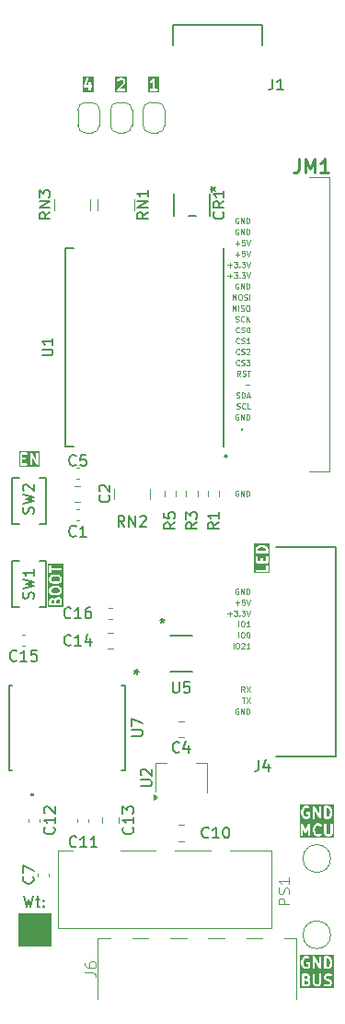
<source format=gbr>
%TF.GenerationSoftware,KiCad,Pcbnew,9.0.3*%
%TF.CreationDate,2025-09-11T11:52:34+03:00*%
%TF.ProjectId,PMMCU-ESP32C3,504d4d43-552d-4455-9350-333243332e6b,rev?*%
%TF.SameCoordinates,Original*%
%TF.FileFunction,Legend,Top*%
%TF.FilePolarity,Positive*%
%FSLAX46Y46*%
G04 Gerber Fmt 4.6, Leading zero omitted, Abs format (unit mm)*
G04 Created by KiCad (PCBNEW 9.0.3) date 2025-09-11 11:52:34*
%MOMM*%
%LPD*%
G01*
G04 APERTURE LIST*
%ADD10C,0.100000*%
%ADD11C,0.125000*%
%ADD12C,0.150000*%
%ADD13C,0.200000*%
%ADD14C,0.254000*%
%ADD15C,0.120000*%
%ADD16C,0.152400*%
%ADD17C,0.203200*%
%ADD18C,0.000000*%
G04 APERTURE END LIST*
D10*
X1500000Y-34000000D02*
X4500000Y-34000000D01*
X4500000Y-37000000D01*
X1500000Y-37000000D01*
X1500000Y-34000000D01*
G36*
X1500000Y-34000000D02*
G01*
X4500000Y-34000000D01*
X4500000Y-37000000D01*
X1500000Y-37000000D01*
X1500000Y-34000000D01*
G37*
D11*
X21870145Y16322810D02*
X21846336Y16299000D01*
X21846336Y16299000D02*
X21774907Y16275191D01*
X21774907Y16275191D02*
X21727288Y16275191D01*
X21727288Y16275191D02*
X21655860Y16299000D01*
X21655860Y16299000D02*
X21608241Y16346620D01*
X21608241Y16346620D02*
X21584431Y16394239D01*
X21584431Y16394239D02*
X21560622Y16489477D01*
X21560622Y16489477D02*
X21560622Y16560905D01*
X21560622Y16560905D02*
X21584431Y16656143D01*
X21584431Y16656143D02*
X21608241Y16703762D01*
X21608241Y16703762D02*
X21655860Y16751381D01*
X21655860Y16751381D02*
X21727288Y16775191D01*
X21727288Y16775191D02*
X21774907Y16775191D01*
X21774907Y16775191D02*
X21846336Y16751381D01*
X21846336Y16751381D02*
X21870145Y16727572D01*
X22060622Y16299000D02*
X22132050Y16275191D01*
X22132050Y16275191D02*
X22251098Y16275191D01*
X22251098Y16275191D02*
X22298717Y16299000D01*
X22298717Y16299000D02*
X22322526Y16322810D01*
X22322526Y16322810D02*
X22346336Y16370429D01*
X22346336Y16370429D02*
X22346336Y16418048D01*
X22346336Y16418048D02*
X22322526Y16465667D01*
X22322526Y16465667D02*
X22298717Y16489477D01*
X22298717Y16489477D02*
X22251098Y16513286D01*
X22251098Y16513286D02*
X22155860Y16537096D01*
X22155860Y16537096D02*
X22108241Y16560905D01*
X22108241Y16560905D02*
X22084431Y16584715D01*
X22084431Y16584715D02*
X22060622Y16632334D01*
X22060622Y16632334D02*
X22060622Y16679953D01*
X22060622Y16679953D02*
X22084431Y16727572D01*
X22084431Y16727572D02*
X22108241Y16751381D01*
X22108241Y16751381D02*
X22155860Y16775191D01*
X22155860Y16775191D02*
X22274907Y16775191D01*
X22274907Y16775191D02*
X22346336Y16751381D01*
X22513002Y16775191D02*
X22822526Y16775191D01*
X22822526Y16775191D02*
X22655859Y16584715D01*
X22655859Y16584715D02*
X22727288Y16584715D01*
X22727288Y16584715D02*
X22774907Y16560905D01*
X22774907Y16560905D02*
X22798716Y16537096D01*
X22798716Y16537096D02*
X22822526Y16489477D01*
X22822526Y16489477D02*
X22822526Y16370429D01*
X22822526Y16370429D02*
X22798716Y16322810D01*
X22798716Y16322810D02*
X22774907Y16299000D01*
X22774907Y16299000D02*
X22727288Y16275191D01*
X22727288Y16275191D02*
X22584431Y16275191D01*
X22584431Y16275191D02*
X22536812Y16299000D01*
X22536812Y16299000D02*
X22513002Y16322810D01*
X21536812Y20299000D02*
X21608240Y20275191D01*
X21608240Y20275191D02*
X21727288Y20275191D01*
X21727288Y20275191D02*
X21774907Y20299000D01*
X21774907Y20299000D02*
X21798716Y20322810D01*
X21798716Y20322810D02*
X21822526Y20370429D01*
X21822526Y20370429D02*
X21822526Y20418048D01*
X21822526Y20418048D02*
X21798716Y20465667D01*
X21798716Y20465667D02*
X21774907Y20489477D01*
X21774907Y20489477D02*
X21727288Y20513286D01*
X21727288Y20513286D02*
X21632050Y20537096D01*
X21632050Y20537096D02*
X21584431Y20560905D01*
X21584431Y20560905D02*
X21560621Y20584715D01*
X21560621Y20584715D02*
X21536812Y20632334D01*
X21536812Y20632334D02*
X21536812Y20679953D01*
X21536812Y20679953D02*
X21560621Y20727572D01*
X21560621Y20727572D02*
X21584431Y20751381D01*
X21584431Y20751381D02*
X21632050Y20775191D01*
X21632050Y20775191D02*
X21751097Y20775191D01*
X21751097Y20775191D02*
X21822526Y20751381D01*
X22322525Y20322810D02*
X22298716Y20299000D01*
X22298716Y20299000D02*
X22227287Y20275191D01*
X22227287Y20275191D02*
X22179668Y20275191D01*
X22179668Y20275191D02*
X22108240Y20299000D01*
X22108240Y20299000D02*
X22060621Y20346620D01*
X22060621Y20346620D02*
X22036811Y20394239D01*
X22036811Y20394239D02*
X22013002Y20489477D01*
X22013002Y20489477D02*
X22013002Y20560905D01*
X22013002Y20560905D02*
X22036811Y20656143D01*
X22036811Y20656143D02*
X22060621Y20703762D01*
X22060621Y20703762D02*
X22108240Y20751381D01*
X22108240Y20751381D02*
X22179668Y20775191D01*
X22179668Y20775191D02*
X22227287Y20775191D01*
X22227287Y20775191D02*
X22298716Y20751381D01*
X22298716Y20751381D02*
X22322525Y20727572D01*
X22536811Y20275191D02*
X22536811Y20775191D01*
X22822525Y20275191D02*
X22608240Y20560905D01*
X22822525Y20775191D02*
X22536811Y20489477D01*
X21774906Y-4248619D02*
X21727287Y-4224809D01*
X21727287Y-4224809D02*
X21655858Y-4224809D01*
X21655858Y-4224809D02*
X21584430Y-4248619D01*
X21584430Y-4248619D02*
X21536811Y-4296238D01*
X21536811Y-4296238D02*
X21513001Y-4343857D01*
X21513001Y-4343857D02*
X21489192Y-4439095D01*
X21489192Y-4439095D02*
X21489192Y-4510523D01*
X21489192Y-4510523D02*
X21513001Y-4605761D01*
X21513001Y-4605761D02*
X21536811Y-4653380D01*
X21536811Y-4653380D02*
X21584430Y-4701000D01*
X21584430Y-4701000D02*
X21655858Y-4724809D01*
X21655858Y-4724809D02*
X21703477Y-4724809D01*
X21703477Y-4724809D02*
X21774906Y-4701000D01*
X21774906Y-4701000D02*
X21798715Y-4677190D01*
X21798715Y-4677190D02*
X21798715Y-4510523D01*
X21798715Y-4510523D02*
X21703477Y-4510523D01*
X22013001Y-4724809D02*
X22013001Y-4224809D01*
X22013001Y-4224809D02*
X22298715Y-4724809D01*
X22298715Y-4724809D02*
X22298715Y-4224809D01*
X22536811Y-4724809D02*
X22536811Y-4224809D01*
X22536811Y-4224809D02*
X22655859Y-4224809D01*
X22655859Y-4224809D02*
X22727287Y-4248619D01*
X22727287Y-4248619D02*
X22774906Y-4296238D01*
X22774906Y-4296238D02*
X22798716Y-4343857D01*
X22798716Y-4343857D02*
X22822525Y-4439095D01*
X22822525Y-4439095D02*
X22822525Y-4510523D01*
X22822525Y-4510523D02*
X22798716Y-4605761D01*
X22798716Y-4605761D02*
X22774906Y-4653380D01*
X22774906Y-4653380D02*
X22727287Y-4701000D01*
X22727287Y-4701000D02*
X22655859Y-4724809D01*
X22655859Y-4724809D02*
X22536811Y-4724809D01*
X21513002Y26465667D02*
X21893955Y26465667D01*
X21703478Y26275191D02*
X21703478Y26656143D01*
X22370145Y26775191D02*
X22132050Y26775191D01*
X22132050Y26775191D02*
X22108241Y26537096D01*
X22108241Y26537096D02*
X22132050Y26560905D01*
X22132050Y26560905D02*
X22179669Y26584715D01*
X22179669Y26584715D02*
X22298717Y26584715D01*
X22298717Y26584715D02*
X22346336Y26560905D01*
X22346336Y26560905D02*
X22370145Y26537096D01*
X22370145Y26537096D02*
X22393955Y26489477D01*
X22393955Y26489477D02*
X22393955Y26370429D01*
X22393955Y26370429D02*
X22370145Y26322810D01*
X22370145Y26322810D02*
X22346336Y26299000D01*
X22346336Y26299000D02*
X22298717Y26275191D01*
X22298717Y26275191D02*
X22179669Y26275191D01*
X22179669Y26275191D02*
X22132050Y26299000D01*
X22132050Y26299000D02*
X22108241Y26322810D01*
X22536812Y26775191D02*
X22703478Y26275191D01*
X22703478Y26275191D02*
X22870145Y26775191D01*
D12*
X2047619Y-32454819D02*
X2285714Y-33454819D01*
X2285714Y-33454819D02*
X2476190Y-32740533D01*
X2476190Y-32740533D02*
X2666666Y-33454819D01*
X2666666Y-33454819D02*
X2904762Y-32454819D01*
X3142857Y-32788152D02*
X3523809Y-32788152D01*
X3285714Y-32454819D02*
X3285714Y-33311961D01*
X3285714Y-33311961D02*
X3333333Y-33407200D01*
X3333333Y-33407200D02*
X3428571Y-33454819D01*
X3428571Y-33454819D02*
X3523809Y-33454819D01*
X3857143Y-33359580D02*
X3904762Y-33407200D01*
X3904762Y-33407200D02*
X3857143Y-33454819D01*
X3857143Y-33454819D02*
X3809524Y-33407200D01*
X3809524Y-33407200D02*
X3857143Y-33359580D01*
X3857143Y-33359580D02*
X3857143Y-33454819D01*
X3857143Y-32835771D02*
X3904762Y-32883390D01*
X3904762Y-32883390D02*
X3857143Y-32931009D01*
X3857143Y-32931009D02*
X3809524Y-32883390D01*
X3809524Y-32883390D02*
X3857143Y-32835771D01*
X3857143Y-32835771D02*
X3857143Y-32931009D01*
D11*
X21798716Y-8724809D02*
X21798716Y-8224809D01*
X22132049Y-8224809D02*
X22227287Y-8224809D01*
X22227287Y-8224809D02*
X22274906Y-8248619D01*
X22274906Y-8248619D02*
X22322525Y-8296238D01*
X22322525Y-8296238D02*
X22346335Y-8391476D01*
X22346335Y-8391476D02*
X22346335Y-8558142D01*
X22346335Y-8558142D02*
X22322525Y-8653380D01*
X22322525Y-8653380D02*
X22274906Y-8701000D01*
X22274906Y-8701000D02*
X22227287Y-8724809D01*
X22227287Y-8724809D02*
X22132049Y-8724809D01*
X22132049Y-8724809D02*
X22084430Y-8701000D01*
X22084430Y-8701000D02*
X22036811Y-8653380D01*
X22036811Y-8653380D02*
X22013002Y-8558142D01*
X22013002Y-8558142D02*
X22013002Y-8391476D01*
X22013002Y-8391476D02*
X22036811Y-8296238D01*
X22036811Y-8296238D02*
X22084430Y-8248619D01*
X22084430Y-8248619D02*
X22132049Y-8224809D01*
X22655859Y-8224809D02*
X22703478Y-8224809D01*
X22703478Y-8224809D02*
X22751097Y-8248619D01*
X22751097Y-8248619D02*
X22774907Y-8272428D01*
X22774907Y-8272428D02*
X22798716Y-8320047D01*
X22798716Y-8320047D02*
X22822526Y-8415285D01*
X22822526Y-8415285D02*
X22822526Y-8534333D01*
X22822526Y-8534333D02*
X22798716Y-8629571D01*
X22798716Y-8629571D02*
X22774907Y-8677190D01*
X22774907Y-8677190D02*
X22751097Y-8701000D01*
X22751097Y-8701000D02*
X22703478Y-8724809D01*
X22703478Y-8724809D02*
X22655859Y-8724809D01*
X22655859Y-8724809D02*
X22608240Y-8701000D01*
X22608240Y-8701000D02*
X22584431Y-8677190D01*
X22584431Y-8677190D02*
X22560621Y-8629571D01*
X22560621Y-8629571D02*
X22536812Y-8534333D01*
X22536812Y-8534333D02*
X22536812Y-8415285D01*
X22536812Y-8415285D02*
X22560621Y-8320047D01*
X22560621Y-8320047D02*
X22584431Y-8272428D01*
X22584431Y-8272428D02*
X22608240Y-8248619D01*
X22608240Y-8248619D02*
X22655859Y-8224809D01*
X20798717Y-6534333D02*
X21179670Y-6534333D01*
X20989193Y-6724809D02*
X20989193Y-6343857D01*
X21370146Y-6224809D02*
X21679670Y-6224809D01*
X21679670Y-6224809D02*
X21513003Y-6415285D01*
X21513003Y-6415285D02*
X21584432Y-6415285D01*
X21584432Y-6415285D02*
X21632051Y-6439095D01*
X21632051Y-6439095D02*
X21655860Y-6462904D01*
X21655860Y-6462904D02*
X21679670Y-6510523D01*
X21679670Y-6510523D02*
X21679670Y-6629571D01*
X21679670Y-6629571D02*
X21655860Y-6677190D01*
X21655860Y-6677190D02*
X21632051Y-6701000D01*
X21632051Y-6701000D02*
X21584432Y-6724809D01*
X21584432Y-6724809D02*
X21441575Y-6724809D01*
X21441575Y-6724809D02*
X21393956Y-6701000D01*
X21393956Y-6701000D02*
X21370146Y-6677190D01*
X21893955Y-6677190D02*
X21917765Y-6701000D01*
X21917765Y-6701000D02*
X21893955Y-6724809D01*
X21893955Y-6724809D02*
X21870146Y-6701000D01*
X21870146Y-6701000D02*
X21893955Y-6677190D01*
X21893955Y-6677190D02*
X21893955Y-6724809D01*
X22084431Y-6224809D02*
X22393955Y-6224809D01*
X22393955Y-6224809D02*
X22227288Y-6415285D01*
X22227288Y-6415285D02*
X22298717Y-6415285D01*
X22298717Y-6415285D02*
X22346336Y-6439095D01*
X22346336Y-6439095D02*
X22370145Y-6462904D01*
X22370145Y-6462904D02*
X22393955Y-6510523D01*
X22393955Y-6510523D02*
X22393955Y-6629571D01*
X22393955Y-6629571D02*
X22370145Y-6677190D01*
X22370145Y-6677190D02*
X22346336Y-6701000D01*
X22346336Y-6701000D02*
X22298717Y-6724809D01*
X22298717Y-6724809D02*
X22155860Y-6724809D01*
X22155860Y-6724809D02*
X22108241Y-6701000D01*
X22108241Y-6701000D02*
X22084431Y-6677190D01*
X22536812Y-6224809D02*
X22703478Y-6724809D01*
X22703478Y-6724809D02*
X22870145Y-6224809D01*
D13*
G36*
X24179218Y-464024D02*
G01*
X24250127Y-499478D01*
X24317197Y-566548D01*
X24352219Y-671613D01*
X24352219Y-793482D01*
X23552219Y-793482D01*
X23552219Y-671614D01*
X23587240Y-566549D01*
X23654313Y-499477D01*
X23725218Y-464024D01*
X23893099Y-422054D01*
X24011337Y-422054D01*
X24179218Y-464024D01*
G37*
G36*
X24663330Y-2818879D02*
G01*
X23241108Y-2818879D01*
X23241108Y-2588259D01*
X23354140Y-2588259D01*
X23354140Y-2627277D01*
X23369072Y-2663325D01*
X23396662Y-2690915D01*
X23432710Y-2705847D01*
X23452219Y-2707768D01*
X24452219Y-2707768D01*
X24471728Y-2705847D01*
X24507776Y-2690915D01*
X24535366Y-2663325D01*
X24550298Y-2627277D01*
X24552219Y-2607768D01*
X24552219Y-2131578D01*
X24550298Y-2112069D01*
X24535366Y-2076021D01*
X24507776Y-2048431D01*
X24471728Y-2033499D01*
X24432710Y-2033499D01*
X24396662Y-2048431D01*
X24369072Y-2076021D01*
X24354140Y-2112069D01*
X24352219Y-2131578D01*
X24352219Y-2507768D01*
X23452219Y-2507768D01*
X23432710Y-2509689D01*
X23396662Y-2524621D01*
X23369072Y-2552211D01*
X23354140Y-2588259D01*
X23241108Y-2588259D01*
X23241108Y-1322054D01*
X23352219Y-1322054D01*
X23352219Y-1798244D01*
X23354140Y-1817753D01*
X23369072Y-1853801D01*
X23396662Y-1881391D01*
X23432710Y-1896323D01*
X23452219Y-1898244D01*
X24452219Y-1898244D01*
X24471728Y-1896323D01*
X24507776Y-1881391D01*
X24535366Y-1853801D01*
X24550298Y-1817753D01*
X24552219Y-1798244D01*
X24552219Y-1322054D01*
X24550298Y-1302545D01*
X24535366Y-1266497D01*
X24507776Y-1238907D01*
X24471728Y-1223975D01*
X24432710Y-1223975D01*
X24396662Y-1238907D01*
X24369072Y-1266497D01*
X24354140Y-1302545D01*
X24352219Y-1322054D01*
X24352219Y-1698244D01*
X24028409Y-1698244D01*
X24028409Y-1464911D01*
X24026488Y-1445402D01*
X24011556Y-1409354D01*
X23983966Y-1381764D01*
X23947918Y-1366832D01*
X23908900Y-1366832D01*
X23872852Y-1381764D01*
X23845262Y-1409354D01*
X23830330Y-1445402D01*
X23828409Y-1464911D01*
X23828409Y-1698244D01*
X23552219Y-1698244D01*
X23552219Y-1322054D01*
X23550298Y-1302545D01*
X23535366Y-1266497D01*
X23507776Y-1238907D01*
X23471728Y-1223975D01*
X23432710Y-1223975D01*
X23396662Y-1238907D01*
X23369072Y-1266497D01*
X23354140Y-1302545D01*
X23352219Y-1322054D01*
X23241108Y-1322054D01*
X23241108Y-655387D01*
X23352219Y-655387D01*
X23352219Y-893482D01*
X23354140Y-912991D01*
X23369072Y-949039D01*
X23396662Y-976629D01*
X23432710Y-991561D01*
X23452219Y-993482D01*
X24452219Y-993482D01*
X24471728Y-991561D01*
X24507776Y-976629D01*
X24535366Y-949039D01*
X24550298Y-912991D01*
X24552219Y-893482D01*
X24552219Y-655387D01*
X24551246Y-645513D01*
X24551434Y-642879D01*
X24550646Y-639415D01*
X24550298Y-635878D01*
X24549286Y-633436D01*
X24547087Y-623764D01*
X24499468Y-480907D01*
X24491477Y-463007D01*
X24489122Y-460291D01*
X24487747Y-456972D01*
X24475311Y-441819D01*
X24380071Y-346581D01*
X24372401Y-340286D01*
X24370672Y-338292D01*
X24367667Y-336400D01*
X24364918Y-334144D01*
X24362474Y-333131D01*
X24354082Y-327849D01*
X24258844Y-280230D01*
X24257417Y-279684D01*
X24256837Y-279254D01*
X24248660Y-276332D01*
X24240536Y-273224D01*
X24239813Y-273172D01*
X24238376Y-272659D01*
X24047901Y-225040D01*
X24044519Y-224539D01*
X24043156Y-223975D01*
X24035805Y-223251D01*
X24028508Y-222172D01*
X24027049Y-222389D01*
X24023647Y-222054D01*
X23880790Y-222054D01*
X23877387Y-222389D01*
X23875929Y-222172D01*
X23868631Y-223251D01*
X23861281Y-223975D01*
X23859917Y-224539D01*
X23856536Y-225040D01*
X23666060Y-272659D01*
X23664621Y-273172D01*
X23663901Y-273224D01*
X23655776Y-276332D01*
X23647600Y-279254D01*
X23647020Y-279683D01*
X23645592Y-280230D01*
X23550355Y-327849D01*
X23541956Y-333135D01*
X23539519Y-334145D01*
X23536775Y-336396D01*
X23533764Y-338292D01*
X23532031Y-340289D01*
X23524365Y-346581D01*
X23429127Y-441819D01*
X23416691Y-456973D01*
X23415316Y-460291D01*
X23412961Y-463007D01*
X23404970Y-480908D01*
X23357351Y-623764D01*
X23355151Y-633435D01*
X23354140Y-635878D01*
X23353791Y-639416D01*
X23353004Y-642880D01*
X23353191Y-645513D01*
X23352219Y-655387D01*
X23241108Y-655387D01*
X23241108Y-110943D01*
X24663330Y-110943D01*
X24663330Y-2818879D01*
G37*
G36*
X3489206Y6956670D02*
G01*
X1590794Y6956670D01*
X1590794Y8167781D01*
X1701905Y8167781D01*
X1701905Y7167781D01*
X1703826Y7148272D01*
X1718758Y7112224D01*
X1746348Y7084634D01*
X1782396Y7069702D01*
X1801905Y7067781D01*
X2278095Y7067781D01*
X2297604Y7069702D01*
X2333652Y7084634D01*
X2361242Y7112224D01*
X2376174Y7148272D01*
X2376174Y7187290D01*
X2361242Y7223338D01*
X2333652Y7250928D01*
X2297604Y7265860D01*
X2278095Y7267781D01*
X1901905Y7267781D01*
X1901905Y7591591D01*
X2135238Y7591591D01*
X2154747Y7593512D01*
X2190795Y7608444D01*
X2218385Y7636034D01*
X2233317Y7672082D01*
X2233317Y7711100D01*
X2218385Y7747148D01*
X2190795Y7774738D01*
X2154747Y7789670D01*
X2135238Y7791591D01*
X1901905Y7791591D01*
X1901905Y8067781D01*
X2278095Y8067781D01*
X2297604Y8069702D01*
X2333652Y8084634D01*
X2361242Y8112224D01*
X2376174Y8148272D01*
X2376174Y8167781D01*
X2606667Y8167781D01*
X2606667Y7167781D01*
X2608588Y7148272D01*
X2623520Y7112224D01*
X2651110Y7084634D01*
X2687158Y7069702D01*
X2726176Y7069702D01*
X2762224Y7084634D01*
X2789814Y7112224D01*
X2804746Y7148272D01*
X2806667Y7167781D01*
X2806667Y7791225D01*
X3191271Y7118167D01*
X3194189Y7114057D01*
X3194948Y7112224D01*
X3196814Y7110358D01*
X3202618Y7102182D01*
X3213134Y7094038D01*
X3222538Y7084634D01*
X3228425Y7082196D01*
X3233467Y7078291D01*
X3246299Y7074792D01*
X3258586Y7069702D01*
X3264962Y7069702D01*
X3271111Y7068025D01*
X3284304Y7069702D01*
X3297604Y7069702D01*
X3303492Y7072142D01*
X3309817Y7072945D01*
X3321366Y7079546D01*
X3333652Y7084634D01*
X3338159Y7089142D01*
X3343694Y7092304D01*
X3351838Y7102821D01*
X3361242Y7112224D01*
X3363680Y7118112D01*
X3367585Y7123153D01*
X3371084Y7135986D01*
X3376174Y7148272D01*
X3377156Y7158250D01*
X3377851Y7160796D01*
X3377600Y7162764D01*
X3378095Y7167781D01*
X3378095Y8167781D01*
X3376174Y8187290D01*
X3361242Y8223338D01*
X3333652Y8250928D01*
X3297604Y8265860D01*
X3258586Y8265860D01*
X3222538Y8250928D01*
X3194948Y8223338D01*
X3180016Y8187290D01*
X3178095Y8167781D01*
X3178095Y7544338D01*
X2793491Y8217395D01*
X2790572Y8221506D01*
X2789814Y8223338D01*
X2787947Y8225205D01*
X2782144Y8233380D01*
X2771629Y8241523D01*
X2762224Y8250928D01*
X2756333Y8253368D01*
X2751295Y8257270D01*
X2738466Y8260769D01*
X2726176Y8265860D01*
X2719801Y8265860D01*
X2713652Y8267537D01*
X2700459Y8265860D01*
X2687158Y8265860D01*
X2681269Y8263421D01*
X2674945Y8262617D01*
X2663395Y8256017D01*
X2651110Y8250928D01*
X2646602Y8246421D01*
X2641068Y8243258D01*
X2632925Y8232744D01*
X2623520Y8223338D01*
X2621080Y8217448D01*
X2617178Y8212409D01*
X2613679Y8199581D01*
X2608588Y8187290D01*
X2607605Y8177313D01*
X2606911Y8174766D01*
X2607161Y8172799D01*
X2606667Y8167781D01*
X2376174Y8167781D01*
X2376174Y8187290D01*
X2361242Y8223338D01*
X2333652Y8250928D01*
X2297604Y8265860D01*
X2278095Y8267781D01*
X1801905Y8267781D01*
X1782396Y8265860D01*
X1746348Y8250928D01*
X1718758Y8223338D01*
X1703826Y8187290D01*
X1701905Y8167781D01*
X1590794Y8167781D01*
X1590794Y8378892D01*
X3489206Y8378892D01*
X3489206Y6956670D01*
G37*
D11*
X22108241Y-14224809D02*
X22393955Y-14224809D01*
X22251098Y-14724809D02*
X22251098Y-14224809D01*
X22513002Y-14224809D02*
X22846335Y-14724809D01*
X22846335Y-14224809D02*
X22513002Y-14724809D01*
X20798717Y24465667D02*
X21179670Y24465667D01*
X20989193Y24275191D02*
X20989193Y24656143D01*
X21370146Y24775191D02*
X21679670Y24775191D01*
X21679670Y24775191D02*
X21513003Y24584715D01*
X21513003Y24584715D02*
X21584432Y24584715D01*
X21584432Y24584715D02*
X21632051Y24560905D01*
X21632051Y24560905D02*
X21655860Y24537096D01*
X21655860Y24537096D02*
X21679670Y24489477D01*
X21679670Y24489477D02*
X21679670Y24370429D01*
X21679670Y24370429D02*
X21655860Y24322810D01*
X21655860Y24322810D02*
X21632051Y24299000D01*
X21632051Y24299000D02*
X21584432Y24275191D01*
X21584432Y24275191D02*
X21441575Y24275191D01*
X21441575Y24275191D02*
X21393956Y24299000D01*
X21393956Y24299000D02*
X21370146Y24322810D01*
X21893955Y24322810D02*
X21917765Y24299000D01*
X21917765Y24299000D02*
X21893955Y24275191D01*
X21893955Y24275191D02*
X21870146Y24299000D01*
X21870146Y24299000D02*
X21893955Y24322810D01*
X21893955Y24322810D02*
X21893955Y24275191D01*
X22084431Y24775191D02*
X22393955Y24775191D01*
X22393955Y24775191D02*
X22227288Y24584715D01*
X22227288Y24584715D02*
X22298717Y24584715D01*
X22298717Y24584715D02*
X22346336Y24560905D01*
X22346336Y24560905D02*
X22370145Y24537096D01*
X22370145Y24537096D02*
X22393955Y24489477D01*
X22393955Y24489477D02*
X22393955Y24370429D01*
X22393955Y24370429D02*
X22370145Y24322810D01*
X22370145Y24322810D02*
X22346336Y24299000D01*
X22346336Y24299000D02*
X22298717Y24275191D01*
X22298717Y24275191D02*
X22155860Y24275191D01*
X22155860Y24275191D02*
X22108241Y24299000D01*
X22108241Y24299000D02*
X22084431Y24322810D01*
X22536812Y24775191D02*
X22703478Y24275191D01*
X22703478Y24275191D02*
X22870145Y24775191D01*
D13*
G36*
X4773935Y-5296471D02*
G01*
X4798604Y-5321139D01*
X4828409Y-5380749D01*
X4828409Y-5590475D01*
X4552219Y-5590475D01*
X4552219Y-5380749D01*
X4582024Y-5321139D01*
X4606692Y-5296470D01*
X4666302Y-5266666D01*
X4714326Y-5266666D01*
X4773935Y-5296471D01*
G37*
G36*
X5297746Y-5248853D02*
G01*
X5322414Y-5273520D01*
X5352219Y-5333130D01*
X5352219Y-5590475D01*
X5028409Y-5590475D01*
X5028409Y-5373369D01*
X5063430Y-5268303D01*
X5082882Y-5248851D01*
X5142492Y-5219047D01*
X5238135Y-5219047D01*
X5297746Y-5248853D01*
G37*
G36*
X5258236Y-4209343D02*
G01*
X5322414Y-4273520D01*
X5352219Y-4333130D01*
X5352219Y-4476392D01*
X5322414Y-4536001D01*
X5258236Y-4600178D01*
X5106575Y-4638094D01*
X4797861Y-4638094D01*
X4646202Y-4600179D01*
X4582023Y-4536000D01*
X4552219Y-4476391D01*
X4552219Y-4333130D01*
X4582023Y-4273521D01*
X4646202Y-4209342D01*
X4797861Y-4171428D01*
X5106575Y-4171428D01*
X5258236Y-4209343D01*
G37*
G36*
X5258236Y-3161724D02*
G01*
X5322414Y-3225901D01*
X5352219Y-3285511D01*
X5352219Y-3428773D01*
X5322414Y-3488382D01*
X5258236Y-3552559D01*
X5106575Y-3590475D01*
X4797861Y-3590475D01*
X4646202Y-3552560D01*
X4582023Y-3488381D01*
X4552219Y-3428772D01*
X4552219Y-3285511D01*
X4582023Y-3225902D01*
X4646202Y-3161723D01*
X4797861Y-3123809D01*
X5106575Y-3123809D01*
X5258236Y-3161724D01*
G37*
G36*
X5663330Y-5901586D02*
G01*
X4241108Y-5901586D01*
X4241108Y-5357142D01*
X4352219Y-5357142D01*
X4352219Y-5690475D01*
X4354140Y-5709984D01*
X4369072Y-5746032D01*
X4396662Y-5773622D01*
X4432710Y-5788554D01*
X4452219Y-5790475D01*
X5452219Y-5790475D01*
X5471728Y-5788554D01*
X5507776Y-5773622D01*
X5535366Y-5746032D01*
X5550298Y-5709984D01*
X5552219Y-5690475D01*
X5552219Y-5309523D01*
X5550298Y-5290014D01*
X5548922Y-5286693D01*
X5548668Y-5283110D01*
X5541662Y-5264801D01*
X5494043Y-5169564D01*
X5488757Y-5161167D01*
X5487747Y-5158727D01*
X5485493Y-5155981D01*
X5483600Y-5152973D01*
X5481603Y-5151241D01*
X5475310Y-5143573D01*
X5427690Y-5095955D01*
X5420020Y-5089660D01*
X5418291Y-5087666D01*
X5415286Y-5085774D01*
X5412537Y-5083518D01*
X5410093Y-5082506D01*
X5401701Y-5077223D01*
X5306463Y-5029604D01*
X5288155Y-5022598D01*
X5284571Y-5022343D01*
X5281251Y-5020968D01*
X5261742Y-5019047D01*
X5118885Y-5019047D01*
X5099376Y-5020968D01*
X5096055Y-5022343D01*
X5092472Y-5022598D01*
X5074163Y-5029604D01*
X4978926Y-5077223D01*
X4970529Y-5082508D01*
X4968089Y-5083519D01*
X4965343Y-5085772D01*
X4962335Y-5087666D01*
X4960602Y-5089663D01*
X4952936Y-5095956D01*
X4905317Y-5143574D01*
X4904670Y-5144362D01*
X4903882Y-5143574D01*
X4896211Y-5137279D01*
X4894482Y-5135285D01*
X4891474Y-5133391D01*
X4888728Y-5131138D01*
X4886288Y-5130127D01*
X4877892Y-5124842D01*
X4782654Y-5077223D01*
X4764346Y-5070217D01*
X4760762Y-5069962D01*
X4757442Y-5068587D01*
X4737933Y-5066666D01*
X4642695Y-5066666D01*
X4623186Y-5068587D01*
X4619865Y-5069962D01*
X4616282Y-5070217D01*
X4597973Y-5077223D01*
X4502736Y-5124842D01*
X4494339Y-5130127D01*
X4491899Y-5131138D01*
X4489153Y-5133391D01*
X4486145Y-5135285D01*
X4484412Y-5137282D01*
X4476746Y-5143575D01*
X4429127Y-5191193D01*
X4422832Y-5198863D01*
X4420838Y-5200593D01*
X4418944Y-5203600D01*
X4416691Y-5206347D01*
X4415680Y-5208786D01*
X4410395Y-5217183D01*
X4362776Y-5312421D01*
X4355770Y-5330729D01*
X4355515Y-5334312D01*
X4354140Y-5337633D01*
X4352219Y-5357142D01*
X4241108Y-5357142D01*
X4241108Y-4309523D01*
X4352219Y-4309523D01*
X4352219Y-4499999D01*
X4354140Y-4519508D01*
X4355515Y-4522828D01*
X4355770Y-4526412D01*
X4362776Y-4544720D01*
X4410395Y-4639958D01*
X4415680Y-4648354D01*
X4416691Y-4650794D01*
X4418944Y-4653540D01*
X4420838Y-4656548D01*
X4422832Y-4658277D01*
X4429127Y-4665948D01*
X4524365Y-4761186D01*
X4539519Y-4773622D01*
X4546387Y-4776467D01*
X4552362Y-4780894D01*
X4570822Y-4787489D01*
X4761298Y-4835108D01*
X4764679Y-4835608D01*
X4766043Y-4836173D01*
X4773393Y-4836896D01*
X4780691Y-4837976D01*
X4782149Y-4837758D01*
X4785552Y-4838094D01*
X5118885Y-4838094D01*
X5122287Y-4837758D01*
X5123746Y-4837976D01*
X5131043Y-4836896D01*
X5138394Y-4836173D01*
X5139757Y-4835608D01*
X5143139Y-4835108D01*
X5333614Y-4787489D01*
X5352075Y-4780894D01*
X5358047Y-4776468D01*
X5364918Y-4773623D01*
X5380071Y-4761186D01*
X5475311Y-4665948D01*
X5481604Y-4658279D01*
X5483600Y-4656549D01*
X5485493Y-4653541D01*
X5487747Y-4650795D01*
X5488757Y-4648354D01*
X5494043Y-4639958D01*
X5541662Y-4544721D01*
X5548668Y-4526412D01*
X5548922Y-4522828D01*
X5550298Y-4519508D01*
X5552219Y-4499999D01*
X5552219Y-4309523D01*
X5550298Y-4290014D01*
X5548922Y-4286693D01*
X5548668Y-4283110D01*
X5541662Y-4264801D01*
X5494043Y-4169564D01*
X5488757Y-4161167D01*
X5487747Y-4158727D01*
X5485493Y-4155980D01*
X5483600Y-4152973D01*
X5481604Y-4151242D01*
X5475311Y-4143574D01*
X5380071Y-4048336D01*
X5364918Y-4035899D01*
X5358047Y-4033053D01*
X5352075Y-4028628D01*
X5333614Y-4022033D01*
X5143139Y-3974414D01*
X5139757Y-3973913D01*
X5138394Y-3973349D01*
X5131043Y-3972625D01*
X5123746Y-3971546D01*
X5122287Y-3971763D01*
X5118885Y-3971428D01*
X4785552Y-3971428D01*
X4782149Y-3971763D01*
X4780691Y-3971546D01*
X4773393Y-3972625D01*
X4766043Y-3973349D01*
X4764679Y-3973913D01*
X4761298Y-3974414D01*
X4570822Y-4022033D01*
X4552362Y-4028628D01*
X4546387Y-4033054D01*
X4539519Y-4035900D01*
X4524365Y-4048336D01*
X4429127Y-4143574D01*
X4422832Y-4151244D01*
X4420838Y-4152974D01*
X4418944Y-4155981D01*
X4416691Y-4158728D01*
X4415680Y-4161167D01*
X4410395Y-4169564D01*
X4362776Y-4264802D01*
X4355770Y-4283110D01*
X4355515Y-4286693D01*
X4354140Y-4290014D01*
X4352219Y-4309523D01*
X4241108Y-4309523D01*
X4241108Y-3261904D01*
X4352219Y-3261904D01*
X4352219Y-3452380D01*
X4354140Y-3471889D01*
X4355515Y-3475209D01*
X4355770Y-3478793D01*
X4362776Y-3497101D01*
X4410395Y-3592339D01*
X4415680Y-3600735D01*
X4416691Y-3603175D01*
X4418944Y-3605921D01*
X4420838Y-3608929D01*
X4422832Y-3610658D01*
X4429127Y-3618329D01*
X4524365Y-3713567D01*
X4539519Y-3726003D01*
X4546387Y-3728848D01*
X4552362Y-3733275D01*
X4570822Y-3739870D01*
X4761298Y-3787489D01*
X4764679Y-3787989D01*
X4766043Y-3788554D01*
X4773393Y-3789277D01*
X4780691Y-3790357D01*
X4782149Y-3790139D01*
X4785552Y-3790475D01*
X5118885Y-3790475D01*
X5122287Y-3790139D01*
X5123746Y-3790357D01*
X5131043Y-3789277D01*
X5138394Y-3788554D01*
X5139757Y-3787989D01*
X5143139Y-3787489D01*
X5333614Y-3739870D01*
X5352075Y-3733275D01*
X5358047Y-3728849D01*
X5364918Y-3726004D01*
X5380071Y-3713567D01*
X5475311Y-3618329D01*
X5481604Y-3610660D01*
X5483600Y-3608930D01*
X5485493Y-3605922D01*
X5487747Y-3603176D01*
X5488757Y-3600735D01*
X5494043Y-3592339D01*
X5541662Y-3497102D01*
X5548668Y-3478793D01*
X5548922Y-3475209D01*
X5550298Y-3471889D01*
X5552219Y-3452380D01*
X5552219Y-3261904D01*
X5550298Y-3242395D01*
X5548922Y-3239074D01*
X5548668Y-3235491D01*
X5541662Y-3217182D01*
X5494043Y-3121945D01*
X5488757Y-3113548D01*
X5487747Y-3111108D01*
X5485493Y-3108361D01*
X5483600Y-3105354D01*
X5481604Y-3103623D01*
X5475311Y-3095955D01*
X5380071Y-3000717D01*
X5364918Y-2988280D01*
X5358047Y-2985434D01*
X5352075Y-2981009D01*
X5333614Y-2974414D01*
X5143139Y-2926795D01*
X5139757Y-2926294D01*
X5138394Y-2925730D01*
X5131043Y-2925006D01*
X5123746Y-2923927D01*
X5122287Y-2924144D01*
X5118885Y-2923809D01*
X4785552Y-2923809D01*
X4782149Y-2924144D01*
X4780691Y-2923927D01*
X4773393Y-2925006D01*
X4766043Y-2925730D01*
X4764679Y-2926294D01*
X4761298Y-2926795D01*
X4570822Y-2974414D01*
X4552362Y-2981009D01*
X4546387Y-2985435D01*
X4539519Y-2988281D01*
X4524365Y-3000717D01*
X4429127Y-3095955D01*
X4422832Y-3103625D01*
X4420838Y-3105355D01*
X4418944Y-3108362D01*
X4416691Y-3111109D01*
X4415680Y-3113548D01*
X4410395Y-3121945D01*
X4362776Y-3217183D01*
X4355770Y-3235491D01*
X4355515Y-3239074D01*
X4354140Y-3242395D01*
X4352219Y-3261904D01*
X4241108Y-3261904D01*
X4241108Y-2166666D01*
X4352219Y-2166666D01*
X4352219Y-2738094D01*
X4354140Y-2757603D01*
X4369072Y-2793651D01*
X4396662Y-2821241D01*
X4432710Y-2836173D01*
X4471728Y-2836173D01*
X4507776Y-2821241D01*
X4535366Y-2793651D01*
X4550298Y-2757603D01*
X4552219Y-2738094D01*
X4552219Y-2552380D01*
X5452219Y-2552380D01*
X5471728Y-2550459D01*
X5507776Y-2535527D01*
X5535366Y-2507937D01*
X5550298Y-2471889D01*
X5550298Y-2432871D01*
X5535366Y-2396823D01*
X5507776Y-2369233D01*
X5471728Y-2354301D01*
X5452219Y-2352380D01*
X4552219Y-2352380D01*
X4552219Y-2166666D01*
X4550298Y-2147157D01*
X4535366Y-2111109D01*
X4507776Y-2083519D01*
X4471728Y-2068587D01*
X4432710Y-2068587D01*
X4396662Y-2083519D01*
X4369072Y-2111109D01*
X4354140Y-2147157D01*
X4352219Y-2166666D01*
X4241108Y-2166666D01*
X4241108Y-1957476D01*
X5663330Y-1957476D01*
X5663330Y-5901586D01*
G37*
D11*
X21774906Y28751381D02*
X21727287Y28775191D01*
X21727287Y28775191D02*
X21655858Y28775191D01*
X21655858Y28775191D02*
X21584430Y28751381D01*
X21584430Y28751381D02*
X21536811Y28703762D01*
X21536811Y28703762D02*
X21513001Y28656143D01*
X21513001Y28656143D02*
X21489192Y28560905D01*
X21489192Y28560905D02*
X21489192Y28489477D01*
X21489192Y28489477D02*
X21513001Y28394239D01*
X21513001Y28394239D02*
X21536811Y28346620D01*
X21536811Y28346620D02*
X21584430Y28299000D01*
X21584430Y28299000D02*
X21655858Y28275191D01*
X21655858Y28275191D02*
X21703477Y28275191D01*
X21703477Y28275191D02*
X21774906Y28299000D01*
X21774906Y28299000D02*
X21798715Y28322810D01*
X21798715Y28322810D02*
X21798715Y28489477D01*
X21798715Y28489477D02*
X21703477Y28489477D01*
X22013001Y28275191D02*
X22013001Y28775191D01*
X22013001Y28775191D02*
X22298715Y28275191D01*
X22298715Y28275191D02*
X22298715Y28775191D01*
X22536811Y28275191D02*
X22536811Y28775191D01*
X22536811Y28775191D02*
X22655859Y28775191D01*
X22655859Y28775191D02*
X22727287Y28751381D01*
X22727287Y28751381D02*
X22774906Y28703762D01*
X22774906Y28703762D02*
X22798716Y28656143D01*
X22798716Y28656143D02*
X22822525Y28560905D01*
X22822525Y28560905D02*
X22822525Y28489477D01*
X22822525Y28489477D02*
X22798716Y28394239D01*
X22798716Y28394239D02*
X22774906Y28346620D01*
X22774906Y28346620D02*
X22727287Y28299000D01*
X22727287Y28299000D02*
X22655859Y28275191D01*
X22655859Y28275191D02*
X22536811Y28275191D01*
X21870145Y17322810D02*
X21846336Y17299000D01*
X21846336Y17299000D02*
X21774907Y17275191D01*
X21774907Y17275191D02*
X21727288Y17275191D01*
X21727288Y17275191D02*
X21655860Y17299000D01*
X21655860Y17299000D02*
X21608241Y17346620D01*
X21608241Y17346620D02*
X21584431Y17394239D01*
X21584431Y17394239D02*
X21560622Y17489477D01*
X21560622Y17489477D02*
X21560622Y17560905D01*
X21560622Y17560905D02*
X21584431Y17656143D01*
X21584431Y17656143D02*
X21608241Y17703762D01*
X21608241Y17703762D02*
X21655860Y17751381D01*
X21655860Y17751381D02*
X21727288Y17775191D01*
X21727288Y17775191D02*
X21774907Y17775191D01*
X21774907Y17775191D02*
X21846336Y17751381D01*
X21846336Y17751381D02*
X21870145Y17727572D01*
X22060622Y17299000D02*
X22132050Y17275191D01*
X22132050Y17275191D02*
X22251098Y17275191D01*
X22251098Y17275191D02*
X22298717Y17299000D01*
X22298717Y17299000D02*
X22322526Y17322810D01*
X22322526Y17322810D02*
X22346336Y17370429D01*
X22346336Y17370429D02*
X22346336Y17418048D01*
X22346336Y17418048D02*
X22322526Y17465667D01*
X22322526Y17465667D02*
X22298717Y17489477D01*
X22298717Y17489477D02*
X22251098Y17513286D01*
X22251098Y17513286D02*
X22155860Y17537096D01*
X22155860Y17537096D02*
X22108241Y17560905D01*
X22108241Y17560905D02*
X22084431Y17584715D01*
X22084431Y17584715D02*
X22060622Y17632334D01*
X22060622Y17632334D02*
X22060622Y17679953D01*
X22060622Y17679953D02*
X22084431Y17727572D01*
X22084431Y17727572D02*
X22108241Y17751381D01*
X22108241Y17751381D02*
X22155860Y17775191D01*
X22155860Y17775191D02*
X22274907Y17775191D01*
X22274907Y17775191D02*
X22346336Y17751381D01*
X22536812Y17727572D02*
X22560621Y17751381D01*
X22560621Y17751381D02*
X22608240Y17775191D01*
X22608240Y17775191D02*
X22727288Y17775191D01*
X22727288Y17775191D02*
X22774907Y17751381D01*
X22774907Y17751381D02*
X22798716Y17727572D01*
X22798716Y17727572D02*
X22822526Y17679953D01*
X22822526Y17679953D02*
X22822526Y17632334D01*
X22822526Y17632334D02*
X22798716Y17560905D01*
X22798716Y17560905D02*
X22513002Y17275191D01*
X22513002Y17275191D02*
X22822526Y17275191D01*
X21965383Y15275191D02*
X21798717Y15513286D01*
X21679669Y15275191D02*
X21679669Y15775191D01*
X21679669Y15775191D02*
X21870145Y15775191D01*
X21870145Y15775191D02*
X21917764Y15751381D01*
X21917764Y15751381D02*
X21941574Y15727572D01*
X21941574Y15727572D02*
X21965383Y15679953D01*
X21965383Y15679953D02*
X21965383Y15608524D01*
X21965383Y15608524D02*
X21941574Y15560905D01*
X21941574Y15560905D02*
X21917764Y15537096D01*
X21917764Y15537096D02*
X21870145Y15513286D01*
X21870145Y15513286D02*
X21679669Y15513286D01*
X22155860Y15299000D02*
X22227288Y15275191D01*
X22227288Y15275191D02*
X22346336Y15275191D01*
X22346336Y15275191D02*
X22393955Y15299000D01*
X22393955Y15299000D02*
X22417764Y15322810D01*
X22417764Y15322810D02*
X22441574Y15370429D01*
X22441574Y15370429D02*
X22441574Y15418048D01*
X22441574Y15418048D02*
X22417764Y15465667D01*
X22417764Y15465667D02*
X22393955Y15489477D01*
X22393955Y15489477D02*
X22346336Y15513286D01*
X22346336Y15513286D02*
X22251098Y15537096D01*
X22251098Y15537096D02*
X22203479Y15560905D01*
X22203479Y15560905D02*
X22179669Y15584715D01*
X22179669Y15584715D02*
X22155860Y15632334D01*
X22155860Y15632334D02*
X22155860Y15679953D01*
X22155860Y15679953D02*
X22179669Y15727572D01*
X22179669Y15727572D02*
X22203479Y15751381D01*
X22203479Y15751381D02*
X22251098Y15775191D01*
X22251098Y15775191D02*
X22370145Y15775191D01*
X22370145Y15775191D02*
X22441574Y15751381D01*
X22584431Y15775191D02*
X22870145Y15775191D01*
X22727288Y15275191D02*
X22727288Y15775191D01*
D13*
G36*
X30088837Y-24392296D02*
G01*
X30155910Y-24459369D01*
X30191362Y-24530274D01*
X30233333Y-24698155D01*
X30233333Y-24816393D01*
X30191362Y-24984274D01*
X30155909Y-25055180D01*
X30088838Y-25122253D01*
X29983773Y-25157275D01*
X29861905Y-25157275D01*
X29861905Y-24357275D01*
X29983773Y-24357275D01*
X30088837Y-24392296D01*
G37*
G36*
X30568253Y-27078330D02*
G01*
X27431746Y-27078330D01*
X27431746Y-25867219D01*
X27542857Y-25867219D01*
X27542857Y-26867219D01*
X27544778Y-26886728D01*
X27559710Y-26922776D01*
X27587300Y-26950366D01*
X27623348Y-26965298D01*
X27662366Y-26965298D01*
X27698414Y-26950366D01*
X27726004Y-26922776D01*
X27740936Y-26886728D01*
X27742857Y-26867219D01*
X27742857Y-26317975D01*
X27885572Y-26623793D01*
X27889804Y-26630938D01*
X27890684Y-26633356D01*
X27892249Y-26635065D01*
X27895563Y-26640659D01*
X27906773Y-26650925D01*
X27917035Y-26662131D01*
X27921060Y-26664009D01*
X27924338Y-26667011D01*
X27938620Y-26672204D01*
X27952393Y-26678632D01*
X27956832Y-26678827D01*
X27961007Y-26680345D01*
X27976190Y-26679677D01*
X27991373Y-26680345D01*
X27995546Y-26678827D01*
X27999988Y-26678632D01*
X28013772Y-26672199D01*
X28028042Y-26667010D01*
X28031315Y-26664012D01*
X28035345Y-26662132D01*
X28045614Y-26650917D01*
X28056817Y-26640659D01*
X28060128Y-26635068D01*
X28061697Y-26633356D01*
X28062577Y-26630934D01*
X28066808Y-26623793D01*
X28209523Y-26317974D01*
X28209523Y-26867219D01*
X28211444Y-26886728D01*
X28226376Y-26922776D01*
X28253966Y-26950366D01*
X28290014Y-26965298D01*
X28329032Y-26965298D01*
X28365080Y-26950366D01*
X28392670Y-26922776D01*
X28407602Y-26886728D01*
X28409523Y-26867219D01*
X28409523Y-26295790D01*
X28638095Y-26295790D01*
X28638095Y-26438647D01*
X28638430Y-26442049D01*
X28638213Y-26443508D01*
X28639292Y-26450805D01*
X28640016Y-26458156D01*
X28640580Y-26459519D01*
X28641081Y-26462901D01*
X28688700Y-26653376D01*
X28689213Y-26654813D01*
X28689265Y-26655536D01*
X28692373Y-26663660D01*
X28695295Y-26671837D01*
X28695725Y-26672417D01*
X28696271Y-26673844D01*
X28743890Y-26769082D01*
X28749172Y-26777474D01*
X28750185Y-26779918D01*
X28752441Y-26782667D01*
X28754333Y-26785672D01*
X28756327Y-26787401D01*
X28762622Y-26795071D01*
X28857860Y-26890311D01*
X28873013Y-26902747D01*
X28876332Y-26904122D01*
X28879048Y-26906477D01*
X28896948Y-26914468D01*
X29039805Y-26962087D01*
X29049477Y-26964286D01*
X29051919Y-26965298D01*
X29055456Y-26965646D01*
X29058920Y-26966434D01*
X29061554Y-26966246D01*
X29071428Y-26967219D01*
X29166666Y-26967219D01*
X29176539Y-26966246D01*
X29179173Y-26966434D01*
X29182636Y-26965646D01*
X29186175Y-26965298D01*
X29188617Y-26964286D01*
X29198289Y-26962087D01*
X29341145Y-26914468D01*
X29359046Y-26906477D01*
X29361761Y-26904122D01*
X29365081Y-26902747D01*
X29380234Y-26890310D01*
X29427853Y-26842690D01*
X29440290Y-26827537D01*
X29455221Y-26791488D01*
X29455220Y-26752470D01*
X29440289Y-26716422D01*
X29412698Y-26688832D01*
X29376650Y-26673901D01*
X29337632Y-26673902D01*
X29301584Y-26688833D01*
X29286430Y-26701270D01*
X29255503Y-26732197D01*
X29150439Y-26767219D01*
X29087654Y-26767219D01*
X28982589Y-26732197D01*
X28915519Y-26665127D01*
X28880065Y-26594218D01*
X28838095Y-26426337D01*
X28838095Y-26308100D01*
X28880065Y-26140218D01*
X28915518Y-26069312D01*
X28982590Y-26002240D01*
X29087654Y-25967219D01*
X29150439Y-25967219D01*
X29255504Y-26002240D01*
X29286431Y-26033167D01*
X29301584Y-26045604D01*
X29337633Y-26060535D01*
X29376651Y-26060535D01*
X29412699Y-26045604D01*
X29440289Y-26018014D01*
X29455220Y-25981966D01*
X29455220Y-25942948D01*
X29440289Y-25906899D01*
X29427852Y-25891746D01*
X29403326Y-25867219D01*
X29685714Y-25867219D01*
X29685714Y-26676742D01*
X29687635Y-26696251D01*
X29689010Y-26699571D01*
X29689265Y-26703155D01*
X29696271Y-26721463D01*
X29743890Y-26816701D01*
X29749173Y-26825093D01*
X29750185Y-26827537D01*
X29752441Y-26830286D01*
X29754333Y-26833291D01*
X29756327Y-26835020D01*
X29762622Y-26842690D01*
X29810240Y-26890310D01*
X29817908Y-26896603D01*
X29819640Y-26898600D01*
X29822648Y-26900493D01*
X29825394Y-26902747D01*
X29827834Y-26903757D01*
X29836231Y-26909043D01*
X29931468Y-26956662D01*
X29949777Y-26963668D01*
X29953360Y-26963922D01*
X29956681Y-26965298D01*
X29976190Y-26967219D01*
X30166666Y-26967219D01*
X30186175Y-26965298D01*
X30189495Y-26963922D01*
X30193079Y-26963668D01*
X30211387Y-26956662D01*
X30306625Y-26909043D01*
X30315020Y-26903758D01*
X30317462Y-26902747D01*
X30320209Y-26900491D01*
X30323215Y-26898600D01*
X30324945Y-26896605D01*
X30332615Y-26890310D01*
X30380234Y-26842690D01*
X30386526Y-26835023D01*
X30388523Y-26833292D01*
X30390416Y-26830284D01*
X30392671Y-26827537D01*
X30393682Y-26825095D01*
X30398966Y-26816701D01*
X30446585Y-26721464D01*
X30453591Y-26703155D01*
X30453845Y-26699571D01*
X30455221Y-26696251D01*
X30457142Y-26676742D01*
X30457142Y-25867219D01*
X30455221Y-25847710D01*
X30440289Y-25811662D01*
X30412699Y-25784072D01*
X30376651Y-25769140D01*
X30337633Y-25769140D01*
X30301585Y-25784072D01*
X30273995Y-25811662D01*
X30259063Y-25847710D01*
X30257142Y-25867219D01*
X30257142Y-26653135D01*
X30227337Y-26712743D01*
X30202668Y-26737413D01*
X30143059Y-26767219D01*
X29999797Y-26767219D01*
X29940187Y-26737414D01*
X29915520Y-26712746D01*
X29885714Y-26653134D01*
X29885714Y-25867219D01*
X29883793Y-25847710D01*
X29868861Y-25811662D01*
X29841271Y-25784072D01*
X29805223Y-25769140D01*
X29766205Y-25769140D01*
X29730157Y-25784072D01*
X29702567Y-25811662D01*
X29687635Y-25847710D01*
X29685714Y-25867219D01*
X29403326Y-25867219D01*
X29380234Y-25844127D01*
X29365080Y-25831691D01*
X29361761Y-25830316D01*
X29359046Y-25827961D01*
X29341145Y-25819970D01*
X29198289Y-25772351D01*
X29188617Y-25770151D01*
X29186175Y-25769140D01*
X29182636Y-25768791D01*
X29179173Y-25768004D01*
X29176539Y-25768191D01*
X29166666Y-25767219D01*
X29071428Y-25767219D01*
X29061554Y-25768191D01*
X29058920Y-25768004D01*
X29055456Y-25768791D01*
X29051919Y-25769140D01*
X29049477Y-25770151D01*
X29039805Y-25772351D01*
X28896948Y-25819970D01*
X28879048Y-25827961D01*
X28876332Y-25830316D01*
X28873014Y-25831691D01*
X28857860Y-25844127D01*
X28762622Y-25939365D01*
X28756327Y-25947035D01*
X28754333Y-25948765D01*
X28752439Y-25951772D01*
X28750186Y-25954519D01*
X28749175Y-25956958D01*
X28743890Y-25965355D01*
X28696271Y-26060593D01*
X28695725Y-26062019D01*
X28695295Y-26062600D01*
X28692373Y-26070776D01*
X28689265Y-26078901D01*
X28689213Y-26079623D01*
X28688700Y-26081061D01*
X28641081Y-26271536D01*
X28640580Y-26274917D01*
X28640016Y-26276281D01*
X28639292Y-26283631D01*
X28638213Y-26290929D01*
X28638430Y-26292387D01*
X28638095Y-26295790D01*
X28409523Y-26295790D01*
X28409523Y-25867219D01*
X28408260Y-25854395D01*
X28408364Y-25852036D01*
X28407903Y-25850768D01*
X28407602Y-25847710D01*
X28400961Y-25831679D01*
X28395030Y-25815367D01*
X28393523Y-25813721D01*
X28392670Y-25811662D01*
X28380408Y-25799400D01*
X28368678Y-25786591D01*
X28366654Y-25785646D01*
X28365080Y-25784072D01*
X28349064Y-25777437D01*
X28333321Y-25770091D01*
X28331091Y-25769993D01*
X28329032Y-25769140D01*
X28311680Y-25769140D01*
X28294340Y-25768378D01*
X28292244Y-25769140D01*
X28290014Y-25769140D01*
X28273983Y-25775780D01*
X28257671Y-25781712D01*
X28256025Y-25783218D01*
X28253966Y-25784072D01*
X28241698Y-25796339D01*
X28228896Y-25808064D01*
X28227329Y-25810708D01*
X28226376Y-25811662D01*
X28225472Y-25813843D01*
X28218905Y-25824930D01*
X27976189Y-26345033D01*
X27733475Y-25824930D01*
X27726907Y-25813843D01*
X27726004Y-25811662D01*
X27725050Y-25810708D01*
X27723484Y-25808064D01*
X27710687Y-25796345D01*
X27698414Y-25784072D01*
X27696352Y-25783218D01*
X27694709Y-25781713D01*
X27678407Y-25775784D01*
X27662366Y-25769140D01*
X27660135Y-25769140D01*
X27658040Y-25768378D01*
X27640700Y-25769140D01*
X27623348Y-25769140D01*
X27621288Y-25769993D01*
X27619060Y-25770091D01*
X27603329Y-25777432D01*
X27587300Y-25784072D01*
X27585723Y-25785648D01*
X27583702Y-25786592D01*
X27571983Y-25799388D01*
X27559710Y-25811662D01*
X27558856Y-25813723D01*
X27557351Y-25815367D01*
X27551422Y-25831668D01*
X27544778Y-25847710D01*
X27544476Y-25850768D01*
X27544016Y-25852036D01*
X27544119Y-25854395D01*
X27542857Y-25867219D01*
X27431746Y-25867219D01*
X27431746Y-24685846D01*
X27566667Y-24685846D01*
X27566667Y-24828703D01*
X27567002Y-24832105D01*
X27566785Y-24833564D01*
X27567864Y-24840861D01*
X27568588Y-24848212D01*
X27569152Y-24849575D01*
X27569653Y-24852957D01*
X27617272Y-25043432D01*
X27617785Y-25044869D01*
X27617837Y-25045592D01*
X27620945Y-25053716D01*
X27623867Y-25061893D01*
X27624297Y-25062473D01*
X27624843Y-25063900D01*
X27672462Y-25159138D01*
X27677744Y-25167530D01*
X27678757Y-25169974D01*
X27681013Y-25172723D01*
X27682905Y-25175728D01*
X27684899Y-25177457D01*
X27691194Y-25185127D01*
X27786432Y-25280367D01*
X27801585Y-25292803D01*
X27804904Y-25294178D01*
X27807620Y-25296533D01*
X27825520Y-25304524D01*
X27968377Y-25352143D01*
X27978049Y-25354342D01*
X27980491Y-25355354D01*
X27984028Y-25355702D01*
X27987492Y-25356490D01*
X27990126Y-25356302D01*
X28000000Y-25357275D01*
X28095238Y-25357275D01*
X28105111Y-25356302D01*
X28107745Y-25356490D01*
X28111208Y-25355702D01*
X28114747Y-25355354D01*
X28117189Y-25354342D01*
X28126861Y-25352143D01*
X28269717Y-25304524D01*
X28287618Y-25296533D01*
X28290333Y-25294178D01*
X28293653Y-25292803D01*
X28308806Y-25280366D01*
X28356425Y-25232746D01*
X28368862Y-25217593D01*
X28383793Y-25181544D01*
X28385714Y-25162036D01*
X28385714Y-24828703D01*
X28383793Y-24809194D01*
X28368861Y-24773146D01*
X28341271Y-24745556D01*
X28305223Y-24730624D01*
X28285714Y-24728703D01*
X28095238Y-24728703D01*
X28075729Y-24730624D01*
X28039681Y-24745556D01*
X28012091Y-24773146D01*
X27997159Y-24809194D01*
X27997159Y-24848212D01*
X28012091Y-24884260D01*
X28039681Y-24911850D01*
X28075729Y-24926782D01*
X28095238Y-24928703D01*
X28185714Y-24928703D01*
X28185714Y-25120615D01*
X28184075Y-25122253D01*
X28079011Y-25157275D01*
X28016226Y-25157275D01*
X27911161Y-25122253D01*
X27844091Y-25055183D01*
X27808637Y-24984274D01*
X27766667Y-24816393D01*
X27766667Y-24698156D01*
X27808637Y-24530274D01*
X27844090Y-24459368D01*
X27911162Y-24392296D01*
X28016226Y-24357275D01*
X28119250Y-24357275D01*
X28193373Y-24394337D01*
X28211682Y-24401343D01*
X28250602Y-24404109D01*
X28287618Y-24391770D01*
X28317095Y-24366205D01*
X28334544Y-24331307D01*
X28337309Y-24292387D01*
X28325606Y-24257275D01*
X28614286Y-24257275D01*
X28614286Y-25257275D01*
X28616207Y-25276784D01*
X28631139Y-25312832D01*
X28658729Y-25340422D01*
X28694777Y-25355354D01*
X28733795Y-25355354D01*
X28769843Y-25340422D01*
X28797433Y-25312832D01*
X28812365Y-25276784D01*
X28814286Y-25257275D01*
X28814286Y-24633831D01*
X29198890Y-25306889D01*
X29201808Y-25310999D01*
X29202567Y-25312832D01*
X29204433Y-25314698D01*
X29210237Y-25322874D01*
X29220753Y-25331018D01*
X29230157Y-25340422D01*
X29236044Y-25342860D01*
X29241086Y-25346765D01*
X29253918Y-25350264D01*
X29266205Y-25355354D01*
X29272581Y-25355354D01*
X29278730Y-25357031D01*
X29291923Y-25355354D01*
X29305223Y-25355354D01*
X29311111Y-25352914D01*
X29317436Y-25352111D01*
X29328985Y-25345510D01*
X29341271Y-25340422D01*
X29345778Y-25335914D01*
X29351313Y-25332752D01*
X29359457Y-25322235D01*
X29368861Y-25312832D01*
X29371299Y-25306944D01*
X29375204Y-25301903D01*
X29378703Y-25289070D01*
X29383793Y-25276784D01*
X29384775Y-25266806D01*
X29385470Y-25264260D01*
X29385219Y-25262292D01*
X29385714Y-25257275D01*
X29385714Y-24257275D01*
X29661905Y-24257275D01*
X29661905Y-25257275D01*
X29663826Y-25276784D01*
X29678758Y-25312832D01*
X29706348Y-25340422D01*
X29742396Y-25355354D01*
X29761905Y-25357275D01*
X30000000Y-25357275D01*
X30009873Y-25356302D01*
X30012507Y-25356490D01*
X30015970Y-25355702D01*
X30019509Y-25355354D01*
X30021951Y-25354342D01*
X30031623Y-25352143D01*
X30174479Y-25304524D01*
X30192380Y-25296533D01*
X30195095Y-25294178D01*
X30198415Y-25292803D01*
X30213568Y-25280366D01*
X30308806Y-25185127D01*
X30315098Y-25177460D01*
X30317095Y-25175729D01*
X30318988Y-25172721D01*
X30321243Y-25169974D01*
X30322254Y-25167532D01*
X30327538Y-25159138D01*
X30375157Y-25063901D01*
X30375703Y-25062472D01*
X30376133Y-25061893D01*
X30379054Y-25053716D01*
X30382163Y-25045592D01*
X30382214Y-25044871D01*
X30382728Y-25043433D01*
X30430347Y-24852957D01*
X30430847Y-24849575D01*
X30431412Y-24848212D01*
X30432135Y-24840861D01*
X30433215Y-24833564D01*
X30432997Y-24832105D01*
X30433333Y-24828703D01*
X30433333Y-24685846D01*
X30432997Y-24682443D01*
X30433215Y-24680985D01*
X30432135Y-24673687D01*
X30431412Y-24666337D01*
X30430847Y-24664973D01*
X30430347Y-24661592D01*
X30382728Y-24471116D01*
X30382214Y-24469677D01*
X30382163Y-24468957D01*
X30379054Y-24460832D01*
X30376133Y-24452656D01*
X30375703Y-24452076D01*
X30375157Y-24450648D01*
X30327538Y-24355411D01*
X30322251Y-24347012D01*
X30321242Y-24344575D01*
X30318990Y-24341831D01*
X30317095Y-24338820D01*
X30315097Y-24337087D01*
X30308806Y-24329421D01*
X30213568Y-24234183D01*
X30198414Y-24221747D01*
X30195095Y-24220372D01*
X30192380Y-24218017D01*
X30174479Y-24210026D01*
X30031623Y-24162407D01*
X30021951Y-24160207D01*
X30019509Y-24159196D01*
X30015970Y-24158847D01*
X30012507Y-24158060D01*
X30009873Y-24158247D01*
X30000000Y-24157275D01*
X29761905Y-24157275D01*
X29742396Y-24159196D01*
X29706348Y-24174128D01*
X29678758Y-24201718D01*
X29663826Y-24237766D01*
X29661905Y-24257275D01*
X29385714Y-24257275D01*
X29383793Y-24237766D01*
X29368861Y-24201718D01*
X29341271Y-24174128D01*
X29305223Y-24159196D01*
X29266205Y-24159196D01*
X29230157Y-24174128D01*
X29202567Y-24201718D01*
X29187635Y-24237766D01*
X29185714Y-24257275D01*
X29185714Y-24880718D01*
X28801110Y-24207661D01*
X28798191Y-24203550D01*
X28797433Y-24201718D01*
X28795566Y-24199851D01*
X28789763Y-24191676D01*
X28779248Y-24183533D01*
X28769843Y-24174128D01*
X28763952Y-24171688D01*
X28758914Y-24167786D01*
X28746085Y-24164287D01*
X28733795Y-24159196D01*
X28727420Y-24159196D01*
X28721271Y-24157519D01*
X28708078Y-24159196D01*
X28694777Y-24159196D01*
X28688888Y-24161635D01*
X28682564Y-24162439D01*
X28671014Y-24169039D01*
X28658729Y-24174128D01*
X28654221Y-24178635D01*
X28648687Y-24181798D01*
X28640544Y-24192312D01*
X28631139Y-24201718D01*
X28628699Y-24207608D01*
X28624797Y-24212647D01*
X28621298Y-24225475D01*
X28616207Y-24237766D01*
X28615224Y-24247743D01*
X28614530Y-24250290D01*
X28614780Y-24252257D01*
X28614286Y-24257275D01*
X28325606Y-24257275D01*
X28324971Y-24255371D01*
X28299406Y-24225894D01*
X28282816Y-24215451D01*
X28187578Y-24167832D01*
X28169270Y-24160826D01*
X28165686Y-24160571D01*
X28162366Y-24159196D01*
X28142857Y-24157275D01*
X28000000Y-24157275D01*
X27990126Y-24158247D01*
X27987492Y-24158060D01*
X27984028Y-24158847D01*
X27980491Y-24159196D01*
X27978049Y-24160207D01*
X27968377Y-24162407D01*
X27825520Y-24210026D01*
X27807620Y-24218017D01*
X27804904Y-24220372D01*
X27801586Y-24221747D01*
X27786432Y-24234183D01*
X27691194Y-24329421D01*
X27684899Y-24337091D01*
X27682905Y-24338821D01*
X27681011Y-24341828D01*
X27678758Y-24344575D01*
X27677747Y-24347014D01*
X27672462Y-24355411D01*
X27624843Y-24450649D01*
X27624297Y-24452075D01*
X27623867Y-24452656D01*
X27620945Y-24460832D01*
X27617837Y-24468957D01*
X27617785Y-24469679D01*
X27617272Y-24471117D01*
X27569653Y-24661592D01*
X27569152Y-24664973D01*
X27568588Y-24666337D01*
X27567864Y-24673687D01*
X27566785Y-24680985D01*
X27567002Y-24682443D01*
X27566667Y-24685846D01*
X27431746Y-24685846D01*
X27431746Y-24046164D01*
X30568253Y-24046164D01*
X30568253Y-27078330D01*
G37*
D11*
X21322526Y-9724809D02*
X21322526Y-9224809D01*
X21655859Y-9224809D02*
X21751097Y-9224809D01*
X21751097Y-9224809D02*
X21798716Y-9248619D01*
X21798716Y-9248619D02*
X21846335Y-9296238D01*
X21846335Y-9296238D02*
X21870145Y-9391476D01*
X21870145Y-9391476D02*
X21870145Y-9558142D01*
X21870145Y-9558142D02*
X21846335Y-9653380D01*
X21846335Y-9653380D02*
X21798716Y-9701000D01*
X21798716Y-9701000D02*
X21751097Y-9724809D01*
X21751097Y-9724809D02*
X21655859Y-9724809D01*
X21655859Y-9724809D02*
X21608240Y-9701000D01*
X21608240Y-9701000D02*
X21560621Y-9653380D01*
X21560621Y-9653380D02*
X21536812Y-9558142D01*
X21536812Y-9558142D02*
X21536812Y-9391476D01*
X21536812Y-9391476D02*
X21560621Y-9296238D01*
X21560621Y-9296238D02*
X21608240Y-9248619D01*
X21608240Y-9248619D02*
X21655859Y-9224809D01*
X22060622Y-9272428D02*
X22084431Y-9248619D01*
X22084431Y-9248619D02*
X22132050Y-9224809D01*
X22132050Y-9224809D02*
X22251098Y-9224809D01*
X22251098Y-9224809D02*
X22298717Y-9248619D01*
X22298717Y-9248619D02*
X22322526Y-9272428D01*
X22322526Y-9272428D02*
X22346336Y-9320047D01*
X22346336Y-9320047D02*
X22346336Y-9367666D01*
X22346336Y-9367666D02*
X22322526Y-9439095D01*
X22322526Y-9439095D02*
X22036812Y-9724809D01*
X22036812Y-9724809D02*
X22346336Y-9724809D01*
X22822526Y-9724809D02*
X22536812Y-9724809D01*
X22679669Y-9724809D02*
X22679669Y-9224809D01*
X22679669Y-9224809D02*
X22632050Y-9296238D01*
X22632050Y-9296238D02*
X22584431Y-9343857D01*
X22584431Y-9343857D02*
X22536812Y-9367666D01*
D13*
G36*
X8462523Y41338591D02*
G01*
X7423960Y41338591D01*
X7423960Y41893622D01*
X7535071Y41893622D01*
X7536207Y41877638D01*
X7536207Y41861606D01*
X7537582Y41858286D01*
X7537837Y41854702D01*
X7545004Y41840367D01*
X7551139Y41825558D01*
X7553679Y41823018D01*
X7555287Y41819803D01*
X7567398Y41809299D01*
X7578729Y41797968D01*
X7582047Y41796594D01*
X7584763Y41794238D01*
X7599972Y41789169D01*
X7614777Y41783036D01*
X7619877Y41782534D01*
X7621779Y41781900D01*
X7624412Y41782088D01*
X7634286Y41781115D01*
X8010476Y41781115D01*
X8010476Y41547781D01*
X8012397Y41528272D01*
X8027329Y41492224D01*
X8054919Y41464634D01*
X8090967Y41449702D01*
X8129985Y41449702D01*
X8166033Y41464634D01*
X8193623Y41492224D01*
X8208555Y41528272D01*
X8210476Y41547781D01*
X8210476Y41781115D01*
X8253333Y41781115D01*
X8272842Y41783036D01*
X8308890Y41797968D01*
X8336480Y41825558D01*
X8351412Y41861606D01*
X8351412Y41900624D01*
X8336480Y41936672D01*
X8308890Y41964262D01*
X8272842Y41979194D01*
X8253333Y41981115D01*
X8210476Y41981115D01*
X8210476Y42214448D01*
X8208555Y42233957D01*
X8193623Y42270005D01*
X8166033Y42297595D01*
X8129985Y42312527D01*
X8090967Y42312527D01*
X8054919Y42297595D01*
X8027329Y42270005D01*
X8012397Y42233957D01*
X8010476Y42214448D01*
X8010476Y41981115D01*
X7773028Y41981115D01*
X7967249Y42563777D01*
X7971596Y42582892D01*
X7968830Y42621812D01*
X7951380Y42656711D01*
X7921904Y42682276D01*
X7884888Y42694615D01*
X7845968Y42691848D01*
X7811069Y42674399D01*
X7785504Y42644923D01*
X7777513Y42627022D01*
X7539418Y41912738D01*
X7537218Y41903067D01*
X7536207Y41900624D01*
X7536207Y41898618D01*
X7535071Y41893622D01*
X7423960Y41893622D01*
X7423960Y42805726D01*
X8462523Y42805726D01*
X8462523Y41338591D01*
G37*
D11*
X21774906Y4751381D02*
X21727287Y4775191D01*
X21727287Y4775191D02*
X21655858Y4775191D01*
X21655858Y4775191D02*
X21584430Y4751381D01*
X21584430Y4751381D02*
X21536811Y4703762D01*
X21536811Y4703762D02*
X21513001Y4656143D01*
X21513001Y4656143D02*
X21489192Y4560905D01*
X21489192Y4560905D02*
X21489192Y4489477D01*
X21489192Y4489477D02*
X21513001Y4394239D01*
X21513001Y4394239D02*
X21536811Y4346620D01*
X21536811Y4346620D02*
X21584430Y4299000D01*
X21584430Y4299000D02*
X21655858Y4275191D01*
X21655858Y4275191D02*
X21703477Y4275191D01*
X21703477Y4275191D02*
X21774906Y4299000D01*
X21774906Y4299000D02*
X21798715Y4322810D01*
X21798715Y4322810D02*
X21798715Y4489477D01*
X21798715Y4489477D02*
X21703477Y4489477D01*
X22013001Y4275191D02*
X22013001Y4775191D01*
X22013001Y4775191D02*
X22298715Y4275191D01*
X22298715Y4275191D02*
X22298715Y4775191D01*
X22536811Y4275191D02*
X22536811Y4775191D01*
X22536811Y4775191D02*
X22655859Y4775191D01*
X22655859Y4775191D02*
X22727287Y4751381D01*
X22727287Y4751381D02*
X22774906Y4703762D01*
X22774906Y4703762D02*
X22798716Y4656143D01*
X22798716Y4656143D02*
X22822525Y4560905D01*
X22822525Y4560905D02*
X22822525Y4489477D01*
X22822525Y4489477D02*
X22798716Y4394239D01*
X22798716Y4394239D02*
X22774906Y4346620D01*
X22774906Y4346620D02*
X22727287Y4299000D01*
X22727287Y4299000D02*
X22655859Y4275191D01*
X22655859Y4275191D02*
X22536811Y4275191D01*
X21608241Y13299000D02*
X21679669Y13275191D01*
X21679669Y13275191D02*
X21798717Y13275191D01*
X21798717Y13275191D02*
X21846336Y13299000D01*
X21846336Y13299000D02*
X21870145Y13322810D01*
X21870145Y13322810D02*
X21893955Y13370429D01*
X21893955Y13370429D02*
X21893955Y13418048D01*
X21893955Y13418048D02*
X21870145Y13465667D01*
X21870145Y13465667D02*
X21846336Y13489477D01*
X21846336Y13489477D02*
X21798717Y13513286D01*
X21798717Y13513286D02*
X21703479Y13537096D01*
X21703479Y13537096D02*
X21655860Y13560905D01*
X21655860Y13560905D02*
X21632050Y13584715D01*
X21632050Y13584715D02*
X21608241Y13632334D01*
X21608241Y13632334D02*
X21608241Y13679953D01*
X21608241Y13679953D02*
X21632050Y13727572D01*
X21632050Y13727572D02*
X21655860Y13751381D01*
X21655860Y13751381D02*
X21703479Y13775191D01*
X21703479Y13775191D02*
X21822526Y13775191D01*
X21822526Y13775191D02*
X21893955Y13751381D01*
X22108240Y13275191D02*
X22108240Y13775191D01*
X22108240Y13775191D02*
X22227288Y13775191D01*
X22227288Y13775191D02*
X22298716Y13751381D01*
X22298716Y13751381D02*
X22346335Y13703762D01*
X22346335Y13703762D02*
X22370145Y13656143D01*
X22370145Y13656143D02*
X22393954Y13560905D01*
X22393954Y13560905D02*
X22393954Y13489477D01*
X22393954Y13489477D02*
X22370145Y13394239D01*
X22370145Y13394239D02*
X22346335Y13346620D01*
X22346335Y13346620D02*
X22298716Y13299000D01*
X22298716Y13299000D02*
X22227288Y13275191D01*
X22227288Y13275191D02*
X22108240Y13275191D01*
X22584431Y13418048D02*
X22822526Y13418048D01*
X22536812Y13275191D02*
X22703478Y13775191D01*
X22703478Y13775191D02*
X22870145Y13275191D01*
X20798717Y25465667D02*
X21179670Y25465667D01*
X20989193Y25275191D02*
X20989193Y25656143D01*
X21370146Y25775191D02*
X21679670Y25775191D01*
X21679670Y25775191D02*
X21513003Y25584715D01*
X21513003Y25584715D02*
X21584432Y25584715D01*
X21584432Y25584715D02*
X21632051Y25560905D01*
X21632051Y25560905D02*
X21655860Y25537096D01*
X21655860Y25537096D02*
X21679670Y25489477D01*
X21679670Y25489477D02*
X21679670Y25370429D01*
X21679670Y25370429D02*
X21655860Y25322810D01*
X21655860Y25322810D02*
X21632051Y25299000D01*
X21632051Y25299000D02*
X21584432Y25275191D01*
X21584432Y25275191D02*
X21441575Y25275191D01*
X21441575Y25275191D02*
X21393956Y25299000D01*
X21393956Y25299000D02*
X21370146Y25322810D01*
X21893955Y25322810D02*
X21917765Y25299000D01*
X21917765Y25299000D02*
X21893955Y25275191D01*
X21893955Y25275191D02*
X21870146Y25299000D01*
X21870146Y25299000D02*
X21893955Y25322810D01*
X21893955Y25322810D02*
X21893955Y25275191D01*
X22084431Y25775191D02*
X22393955Y25775191D01*
X22393955Y25775191D02*
X22227288Y25584715D01*
X22227288Y25584715D02*
X22298717Y25584715D01*
X22298717Y25584715D02*
X22346336Y25560905D01*
X22346336Y25560905D02*
X22370145Y25537096D01*
X22370145Y25537096D02*
X22393955Y25489477D01*
X22393955Y25489477D02*
X22393955Y25370429D01*
X22393955Y25370429D02*
X22370145Y25322810D01*
X22370145Y25322810D02*
X22346336Y25299000D01*
X22346336Y25299000D02*
X22298717Y25275191D01*
X22298717Y25275191D02*
X22155860Y25275191D01*
X22155860Y25275191D02*
X22108241Y25299000D01*
X22108241Y25299000D02*
X22084431Y25322810D01*
X22536812Y25775191D02*
X22703478Y25275191D01*
X22703478Y25275191D02*
X22870145Y25775191D01*
X21774906Y29751381D02*
X21727287Y29775191D01*
X21727287Y29775191D02*
X21655858Y29775191D01*
X21655858Y29775191D02*
X21584430Y29751381D01*
X21584430Y29751381D02*
X21536811Y29703762D01*
X21536811Y29703762D02*
X21513001Y29656143D01*
X21513001Y29656143D02*
X21489192Y29560905D01*
X21489192Y29560905D02*
X21489192Y29489477D01*
X21489192Y29489477D02*
X21513001Y29394239D01*
X21513001Y29394239D02*
X21536811Y29346620D01*
X21536811Y29346620D02*
X21584430Y29299000D01*
X21584430Y29299000D02*
X21655858Y29275191D01*
X21655858Y29275191D02*
X21703477Y29275191D01*
X21703477Y29275191D02*
X21774906Y29299000D01*
X21774906Y29299000D02*
X21798715Y29322810D01*
X21798715Y29322810D02*
X21798715Y29489477D01*
X21798715Y29489477D02*
X21703477Y29489477D01*
X22013001Y29275191D02*
X22013001Y29775191D01*
X22013001Y29775191D02*
X22298715Y29275191D01*
X22298715Y29275191D02*
X22298715Y29775191D01*
X22536811Y29275191D02*
X22536811Y29775191D01*
X22536811Y29775191D02*
X22655859Y29775191D01*
X22655859Y29775191D02*
X22727287Y29751381D01*
X22727287Y29751381D02*
X22774906Y29703762D01*
X22774906Y29703762D02*
X22798716Y29656143D01*
X22798716Y29656143D02*
X22822525Y29560905D01*
X22822525Y29560905D02*
X22822525Y29489477D01*
X22822525Y29489477D02*
X22798716Y29394239D01*
X22798716Y29394239D02*
X22774906Y29346620D01*
X22774906Y29346620D02*
X22727287Y29299000D01*
X22727287Y29299000D02*
X22655859Y29275191D01*
X22655859Y29275191D02*
X22536811Y29275191D01*
D13*
G36*
X11496825Y41336670D02*
G01*
X10457477Y41336670D01*
X10457477Y41567290D01*
X10568588Y41567290D01*
X10568588Y41528272D01*
X10583520Y41492224D01*
X10611110Y41464634D01*
X10647158Y41449702D01*
X10666667Y41447781D01*
X11285714Y41447781D01*
X11305223Y41449702D01*
X11341271Y41464634D01*
X11368861Y41492224D01*
X11383793Y41528272D01*
X11383793Y41567290D01*
X11368861Y41603338D01*
X11341271Y41630928D01*
X11305223Y41645860D01*
X11285714Y41647781D01*
X10908089Y41647781D01*
X11308806Y42048499D01*
X11321242Y42063653D01*
X11322616Y42066972D01*
X11324972Y42069687D01*
X11332963Y42087587D01*
X11380582Y42230444D01*
X11382781Y42240117D01*
X11383793Y42242558D01*
X11384141Y42246096D01*
X11384929Y42249559D01*
X11384741Y42252194D01*
X11385714Y42262067D01*
X11385714Y42357305D01*
X11383793Y42376814D01*
X11382417Y42380135D01*
X11382163Y42383718D01*
X11375157Y42402027D01*
X11327538Y42497264D01*
X11322252Y42505661D01*
X11321242Y42508101D01*
X11318988Y42510847D01*
X11317095Y42513855D01*
X11315097Y42515588D01*
X11308805Y42523254D01*
X11261187Y42570873D01*
X11253516Y42577168D01*
X11251787Y42579162D01*
X11248779Y42581056D01*
X11246033Y42583309D01*
X11243593Y42584320D01*
X11235197Y42589605D01*
X11139959Y42637224D01*
X11121651Y42644230D01*
X11118067Y42644485D01*
X11114747Y42645860D01*
X11095238Y42647781D01*
X10857143Y42647781D01*
X10837634Y42645860D01*
X10834313Y42644485D01*
X10830730Y42644230D01*
X10812421Y42637224D01*
X10717184Y42589605D01*
X10708787Y42584320D01*
X10706347Y42583309D01*
X10703601Y42581056D01*
X10700593Y42579162D01*
X10698860Y42577165D01*
X10691194Y42570872D01*
X10643575Y42523254D01*
X10631139Y42508100D01*
X10616207Y42472052D01*
X10616207Y42433034D01*
X10631139Y42396986D01*
X10658729Y42369396D01*
X10694777Y42354464D01*
X10733795Y42354464D01*
X10769843Y42369396D01*
X10784997Y42381832D01*
X10821140Y42417977D01*
X10880750Y42447781D01*
X11071631Y42447781D01*
X11131240Y42417976D01*
X11155909Y42393308D01*
X11185714Y42333698D01*
X11185714Y42278294D01*
X11150692Y42173230D01*
X10595956Y41618492D01*
X10583520Y41603338D01*
X10568588Y41567290D01*
X10457477Y41567290D01*
X10457477Y42758892D01*
X11496825Y42758892D01*
X11496825Y41336670D01*
G37*
D11*
X21227287Y21275191D02*
X21227287Y21775191D01*
X21227287Y21775191D02*
X21393954Y21418048D01*
X21393954Y21418048D02*
X21560620Y21775191D01*
X21560620Y21775191D02*
X21560620Y21275191D01*
X21798716Y21275191D02*
X21798716Y21775191D01*
X22013002Y21299000D02*
X22084430Y21275191D01*
X22084430Y21275191D02*
X22203478Y21275191D01*
X22203478Y21275191D02*
X22251097Y21299000D01*
X22251097Y21299000D02*
X22274906Y21322810D01*
X22274906Y21322810D02*
X22298716Y21370429D01*
X22298716Y21370429D02*
X22298716Y21418048D01*
X22298716Y21418048D02*
X22274906Y21465667D01*
X22274906Y21465667D02*
X22251097Y21489477D01*
X22251097Y21489477D02*
X22203478Y21513286D01*
X22203478Y21513286D02*
X22108240Y21537096D01*
X22108240Y21537096D02*
X22060621Y21560905D01*
X22060621Y21560905D02*
X22036811Y21584715D01*
X22036811Y21584715D02*
X22013002Y21632334D01*
X22013002Y21632334D02*
X22013002Y21679953D01*
X22013002Y21679953D02*
X22036811Y21727572D01*
X22036811Y21727572D02*
X22060621Y21751381D01*
X22060621Y21751381D02*
X22108240Y21775191D01*
X22108240Y21775191D02*
X22227287Y21775191D01*
X22227287Y21775191D02*
X22298716Y21751381D01*
X22608239Y21775191D02*
X22703477Y21775191D01*
X22703477Y21775191D02*
X22751096Y21751381D01*
X22751096Y21751381D02*
X22798715Y21703762D01*
X22798715Y21703762D02*
X22822525Y21608524D01*
X22822525Y21608524D02*
X22822525Y21441858D01*
X22822525Y21441858D02*
X22798715Y21346620D01*
X22798715Y21346620D02*
X22751096Y21299000D01*
X22751096Y21299000D02*
X22703477Y21275191D01*
X22703477Y21275191D02*
X22608239Y21275191D01*
X22608239Y21275191D02*
X22560620Y21299000D01*
X22560620Y21299000D02*
X22513001Y21346620D01*
X22513001Y21346620D02*
X22489192Y21441858D01*
X22489192Y21441858D02*
X22489192Y21608524D01*
X22489192Y21608524D02*
X22513001Y21703762D01*
X22513001Y21703762D02*
X22560620Y21751381D01*
X22560620Y21751381D02*
X22608239Y21775191D01*
D13*
G36*
X28160266Y-40258374D02*
G01*
X28179718Y-40277826D01*
X28209523Y-40337436D01*
X28209523Y-40433079D01*
X28179718Y-40492687D01*
X28155049Y-40517357D01*
X28095440Y-40547163D01*
X27838095Y-40547163D01*
X27838095Y-40223353D01*
X28055201Y-40223353D01*
X28160266Y-40258374D01*
G37*
G36*
X28107430Y-39776968D02*
G01*
X28132099Y-39801636D01*
X28161904Y-39861246D01*
X28161904Y-39909270D01*
X28132099Y-39968879D01*
X28107430Y-39993547D01*
X28047821Y-40023353D01*
X27838095Y-40023353D01*
X27838095Y-39747163D01*
X28047821Y-39747163D01*
X28107430Y-39776968D01*
G37*
G36*
X30088837Y-38172240D02*
G01*
X30155910Y-38239313D01*
X30191362Y-38310218D01*
X30233333Y-38478099D01*
X30233333Y-38596337D01*
X30191362Y-38764218D01*
X30155909Y-38835124D01*
X30088838Y-38902197D01*
X29983773Y-38937219D01*
X29861905Y-38937219D01*
X29861905Y-38137219D01*
X29983773Y-38137219D01*
X30088837Y-38172240D01*
G37*
G36*
X30544444Y-40858274D02*
G01*
X27455556Y-40858274D01*
X27455556Y-39647163D01*
X27638095Y-39647163D01*
X27638095Y-40647163D01*
X27640016Y-40666672D01*
X27654948Y-40702720D01*
X27682538Y-40730310D01*
X27718586Y-40745242D01*
X27738095Y-40747163D01*
X28119047Y-40747163D01*
X28138556Y-40745242D01*
X28141876Y-40743866D01*
X28145460Y-40743612D01*
X28163768Y-40736606D01*
X28259006Y-40688987D01*
X28267401Y-40683702D01*
X28269843Y-40682691D01*
X28272590Y-40680435D01*
X28275596Y-40678544D01*
X28277326Y-40676549D01*
X28284996Y-40670254D01*
X28332615Y-40622634D01*
X28338907Y-40614967D01*
X28340904Y-40613236D01*
X28342797Y-40610228D01*
X28345052Y-40607481D01*
X28346063Y-40605039D01*
X28351347Y-40596645D01*
X28398966Y-40501408D01*
X28405972Y-40483099D01*
X28406226Y-40479515D01*
X28407602Y-40476195D01*
X28409523Y-40456686D01*
X28409523Y-40313829D01*
X28407602Y-40294320D01*
X28406226Y-40290999D01*
X28405972Y-40287416D01*
X28398966Y-40269107D01*
X28351347Y-40173870D01*
X28346061Y-40165473D01*
X28345051Y-40163033D01*
X28342797Y-40160287D01*
X28340904Y-40157279D01*
X28338906Y-40155546D01*
X28332614Y-40147880D01*
X28284996Y-40100261D01*
X28284207Y-40099613D01*
X28284995Y-40098826D01*
X28291287Y-40091159D01*
X28293285Y-40089427D01*
X28295178Y-40086418D01*
X28297432Y-40083673D01*
X28298442Y-40081232D01*
X28303728Y-40072836D01*
X28351347Y-39977599D01*
X28358353Y-39959290D01*
X28358607Y-39955706D01*
X28359983Y-39952386D01*
X28361904Y-39932877D01*
X28361904Y-39837639D01*
X28359983Y-39818130D01*
X28358607Y-39814809D01*
X28358353Y-39811226D01*
X28351347Y-39792917D01*
X28303728Y-39697680D01*
X28298442Y-39689283D01*
X28297432Y-39686843D01*
X28295178Y-39684097D01*
X28293285Y-39681089D01*
X28291287Y-39679356D01*
X28284995Y-39671690D01*
X28260469Y-39647163D01*
X28638095Y-39647163D01*
X28638095Y-40456686D01*
X28640016Y-40476195D01*
X28641391Y-40479515D01*
X28641646Y-40483099D01*
X28648652Y-40501407D01*
X28696271Y-40596645D01*
X28701554Y-40605037D01*
X28702566Y-40607481D01*
X28704822Y-40610230D01*
X28706714Y-40613235D01*
X28708708Y-40614964D01*
X28715003Y-40622634D01*
X28762621Y-40670254D01*
X28770289Y-40676547D01*
X28772021Y-40678544D01*
X28775029Y-40680437D01*
X28777775Y-40682691D01*
X28780215Y-40683701D01*
X28788612Y-40688987D01*
X28883849Y-40736606D01*
X28902158Y-40743612D01*
X28905741Y-40743866D01*
X28909062Y-40745242D01*
X28928571Y-40747163D01*
X29119047Y-40747163D01*
X29138556Y-40745242D01*
X29141876Y-40743866D01*
X29145460Y-40743612D01*
X29163768Y-40736606D01*
X29259006Y-40688987D01*
X29267401Y-40683702D01*
X29269843Y-40682691D01*
X29272590Y-40680435D01*
X29275596Y-40678544D01*
X29277326Y-40676549D01*
X29284996Y-40670254D01*
X29332615Y-40622634D01*
X29338907Y-40614967D01*
X29340904Y-40613236D01*
X29342797Y-40610228D01*
X29345052Y-40607481D01*
X29346063Y-40605039D01*
X29351347Y-40596645D01*
X29398966Y-40501408D01*
X29405972Y-40483099D01*
X29406226Y-40479515D01*
X29407602Y-40476195D01*
X29409523Y-40456686D01*
X29409523Y-39837639D01*
X29638095Y-39837639D01*
X29638095Y-39932877D01*
X29640016Y-39952386D01*
X29641391Y-39955706D01*
X29641646Y-39959290D01*
X29648652Y-39977598D01*
X29696271Y-40072836D01*
X29701556Y-40081232D01*
X29702567Y-40083672D01*
X29704820Y-40086418D01*
X29706714Y-40089426D01*
X29708708Y-40091155D01*
X29715003Y-40098826D01*
X29762622Y-40146444D01*
X29770288Y-40152736D01*
X29772021Y-40154734D01*
X29775029Y-40156627D01*
X29777775Y-40158881D01*
X29780215Y-40159891D01*
X29788612Y-40165177D01*
X29883849Y-40212796D01*
X29885277Y-40213342D01*
X29885857Y-40213772D01*
X29894033Y-40216693D01*
X29902158Y-40219802D01*
X29902878Y-40219853D01*
X29904317Y-40220367D01*
X30084142Y-40265323D01*
X30155049Y-40300777D01*
X30179718Y-40325445D01*
X30209523Y-40385055D01*
X30209523Y-40433079D01*
X30179718Y-40492687D01*
X30155049Y-40517357D01*
X30095440Y-40547163D01*
X29897178Y-40547163D01*
X29769718Y-40504676D01*
X29750602Y-40500329D01*
X29711682Y-40503095D01*
X29676783Y-40520545D01*
X29651218Y-40550021D01*
X29638880Y-40587037D01*
X29641646Y-40625957D01*
X29659096Y-40660856D01*
X29688572Y-40686421D01*
X29706472Y-40694412D01*
X29849329Y-40742031D01*
X29859001Y-40744230D01*
X29861443Y-40745242D01*
X29864980Y-40745590D01*
X29868444Y-40746378D01*
X29871078Y-40746190D01*
X29880952Y-40747163D01*
X30119047Y-40747163D01*
X30138556Y-40745242D01*
X30141876Y-40743866D01*
X30145460Y-40743612D01*
X30163768Y-40736606D01*
X30259006Y-40688987D01*
X30267401Y-40683702D01*
X30269843Y-40682691D01*
X30272590Y-40680435D01*
X30275596Y-40678544D01*
X30277326Y-40676549D01*
X30284996Y-40670254D01*
X30332615Y-40622634D01*
X30338907Y-40614967D01*
X30340904Y-40613236D01*
X30342797Y-40610228D01*
X30345052Y-40607481D01*
X30346063Y-40605039D01*
X30351347Y-40596645D01*
X30398966Y-40501408D01*
X30405972Y-40483099D01*
X30406226Y-40479515D01*
X30407602Y-40476195D01*
X30409523Y-40456686D01*
X30409523Y-40361448D01*
X30407602Y-40341939D01*
X30406226Y-40338618D01*
X30405972Y-40335035D01*
X30398966Y-40316726D01*
X30351347Y-40221489D01*
X30346061Y-40213092D01*
X30345051Y-40210652D01*
X30342797Y-40207906D01*
X30340904Y-40204898D01*
X30338906Y-40203165D01*
X30332614Y-40195499D01*
X30284996Y-40147880D01*
X30277325Y-40141585D01*
X30275596Y-40139591D01*
X30272588Y-40137697D01*
X30269842Y-40135444D01*
X30267402Y-40134433D01*
X30259006Y-40129148D01*
X30163768Y-40081529D01*
X30162341Y-40080983D01*
X30161761Y-40080553D01*
X30153584Y-40077631D01*
X30145460Y-40074523D01*
X30144737Y-40074471D01*
X30143300Y-40073958D01*
X29963475Y-40029001D01*
X29892568Y-39993548D01*
X29867900Y-39968879D01*
X29838095Y-39909269D01*
X29838095Y-39861246D01*
X29867900Y-39801636D01*
X29892568Y-39776967D01*
X29952178Y-39747163D01*
X30150439Y-39747163D01*
X30277900Y-39789650D01*
X30297015Y-39793997D01*
X30335935Y-39791231D01*
X30370834Y-39773781D01*
X30396399Y-39744305D01*
X30408738Y-39707289D01*
X30405971Y-39668369D01*
X30388522Y-39633470D01*
X30359046Y-39607905D01*
X30341145Y-39599914D01*
X30198289Y-39552295D01*
X30188617Y-39550095D01*
X30186175Y-39549084D01*
X30182636Y-39548735D01*
X30179173Y-39547948D01*
X30176539Y-39548135D01*
X30166666Y-39547163D01*
X29928571Y-39547163D01*
X29909062Y-39549084D01*
X29905741Y-39550459D01*
X29902158Y-39550714D01*
X29883849Y-39557720D01*
X29788612Y-39605339D01*
X29780215Y-39610624D01*
X29777775Y-39611635D01*
X29775029Y-39613888D01*
X29772021Y-39615782D01*
X29770288Y-39617779D01*
X29762622Y-39624072D01*
X29715003Y-39671690D01*
X29708708Y-39679360D01*
X29706714Y-39681090D01*
X29704820Y-39684097D01*
X29702567Y-39686844D01*
X29701556Y-39689283D01*
X29696271Y-39697680D01*
X29648652Y-39792918D01*
X29641646Y-39811226D01*
X29641391Y-39814809D01*
X29640016Y-39818130D01*
X29638095Y-39837639D01*
X29409523Y-39837639D01*
X29409523Y-39647163D01*
X29407602Y-39627654D01*
X29392670Y-39591606D01*
X29365080Y-39564016D01*
X29329032Y-39549084D01*
X29290014Y-39549084D01*
X29253966Y-39564016D01*
X29226376Y-39591606D01*
X29211444Y-39627654D01*
X29209523Y-39647163D01*
X29209523Y-40433079D01*
X29179718Y-40492687D01*
X29155049Y-40517357D01*
X29095440Y-40547163D01*
X28952178Y-40547163D01*
X28892568Y-40517358D01*
X28867901Y-40492690D01*
X28838095Y-40433078D01*
X28838095Y-39647163D01*
X28836174Y-39627654D01*
X28821242Y-39591606D01*
X28793652Y-39564016D01*
X28757604Y-39549084D01*
X28718586Y-39549084D01*
X28682538Y-39564016D01*
X28654948Y-39591606D01*
X28640016Y-39627654D01*
X28638095Y-39647163D01*
X28260469Y-39647163D01*
X28237377Y-39624071D01*
X28229706Y-39617776D01*
X28227977Y-39615782D01*
X28224969Y-39613888D01*
X28222223Y-39611635D01*
X28219783Y-39610624D01*
X28211387Y-39605339D01*
X28116149Y-39557720D01*
X28097841Y-39550714D01*
X28094257Y-39550459D01*
X28090937Y-39549084D01*
X28071428Y-39547163D01*
X27738095Y-39547163D01*
X27718586Y-39549084D01*
X27682538Y-39564016D01*
X27654948Y-39591606D01*
X27640016Y-39627654D01*
X27638095Y-39647163D01*
X27455556Y-39647163D01*
X27455556Y-38465790D01*
X27566667Y-38465790D01*
X27566667Y-38608647D01*
X27567002Y-38612049D01*
X27566785Y-38613508D01*
X27567864Y-38620805D01*
X27568588Y-38628156D01*
X27569152Y-38629519D01*
X27569653Y-38632901D01*
X27617272Y-38823376D01*
X27617785Y-38824813D01*
X27617837Y-38825536D01*
X27620945Y-38833660D01*
X27623867Y-38841837D01*
X27624297Y-38842417D01*
X27624843Y-38843844D01*
X27672462Y-38939082D01*
X27677744Y-38947474D01*
X27678757Y-38949918D01*
X27681013Y-38952667D01*
X27682905Y-38955672D01*
X27684899Y-38957401D01*
X27691194Y-38965071D01*
X27786432Y-39060311D01*
X27801585Y-39072747D01*
X27804904Y-39074122D01*
X27807620Y-39076477D01*
X27825520Y-39084468D01*
X27968377Y-39132087D01*
X27978049Y-39134286D01*
X27980491Y-39135298D01*
X27984028Y-39135646D01*
X27987492Y-39136434D01*
X27990126Y-39136246D01*
X28000000Y-39137219D01*
X28095238Y-39137219D01*
X28105111Y-39136246D01*
X28107745Y-39136434D01*
X28111208Y-39135646D01*
X28114747Y-39135298D01*
X28117189Y-39134286D01*
X28126861Y-39132087D01*
X28269717Y-39084468D01*
X28287618Y-39076477D01*
X28290333Y-39074122D01*
X28293653Y-39072747D01*
X28308806Y-39060310D01*
X28356425Y-39012690D01*
X28368862Y-38997537D01*
X28383793Y-38961488D01*
X28385714Y-38941980D01*
X28385714Y-38608647D01*
X28383793Y-38589138D01*
X28368861Y-38553090D01*
X28341271Y-38525500D01*
X28305223Y-38510568D01*
X28285714Y-38508647D01*
X28095238Y-38508647D01*
X28075729Y-38510568D01*
X28039681Y-38525500D01*
X28012091Y-38553090D01*
X27997159Y-38589138D01*
X27997159Y-38628156D01*
X28012091Y-38664204D01*
X28039681Y-38691794D01*
X28075729Y-38706726D01*
X28095238Y-38708647D01*
X28185714Y-38708647D01*
X28185714Y-38900559D01*
X28184075Y-38902197D01*
X28079011Y-38937219D01*
X28016226Y-38937219D01*
X27911161Y-38902197D01*
X27844091Y-38835127D01*
X27808637Y-38764218D01*
X27766667Y-38596337D01*
X27766667Y-38478100D01*
X27808637Y-38310218D01*
X27844090Y-38239312D01*
X27911162Y-38172240D01*
X28016226Y-38137219D01*
X28119250Y-38137219D01*
X28193373Y-38174281D01*
X28211682Y-38181287D01*
X28250602Y-38184053D01*
X28287618Y-38171714D01*
X28317095Y-38146149D01*
X28334544Y-38111251D01*
X28337309Y-38072331D01*
X28325606Y-38037219D01*
X28614286Y-38037219D01*
X28614286Y-39037219D01*
X28616207Y-39056728D01*
X28631139Y-39092776D01*
X28658729Y-39120366D01*
X28694777Y-39135298D01*
X28733795Y-39135298D01*
X28769843Y-39120366D01*
X28797433Y-39092776D01*
X28812365Y-39056728D01*
X28814286Y-39037219D01*
X28814286Y-38413775D01*
X29198890Y-39086833D01*
X29201808Y-39090943D01*
X29202567Y-39092776D01*
X29204433Y-39094642D01*
X29210237Y-39102818D01*
X29220753Y-39110962D01*
X29230157Y-39120366D01*
X29236044Y-39122804D01*
X29241086Y-39126709D01*
X29253918Y-39130208D01*
X29266205Y-39135298D01*
X29272581Y-39135298D01*
X29278730Y-39136975D01*
X29291923Y-39135298D01*
X29305223Y-39135298D01*
X29311111Y-39132858D01*
X29317436Y-39132055D01*
X29328985Y-39125454D01*
X29341271Y-39120366D01*
X29345778Y-39115858D01*
X29351313Y-39112696D01*
X29359457Y-39102179D01*
X29368861Y-39092776D01*
X29371299Y-39086888D01*
X29375204Y-39081847D01*
X29378703Y-39069014D01*
X29383793Y-39056728D01*
X29384775Y-39046750D01*
X29385470Y-39044204D01*
X29385219Y-39042236D01*
X29385714Y-39037219D01*
X29385714Y-38037219D01*
X29661905Y-38037219D01*
X29661905Y-39037219D01*
X29663826Y-39056728D01*
X29678758Y-39092776D01*
X29706348Y-39120366D01*
X29742396Y-39135298D01*
X29761905Y-39137219D01*
X30000000Y-39137219D01*
X30009873Y-39136246D01*
X30012507Y-39136434D01*
X30015970Y-39135646D01*
X30019509Y-39135298D01*
X30021951Y-39134286D01*
X30031623Y-39132087D01*
X30174479Y-39084468D01*
X30192380Y-39076477D01*
X30195095Y-39074122D01*
X30198415Y-39072747D01*
X30213568Y-39060310D01*
X30308806Y-38965071D01*
X30315098Y-38957404D01*
X30317095Y-38955673D01*
X30318988Y-38952665D01*
X30321243Y-38949918D01*
X30322254Y-38947476D01*
X30327538Y-38939082D01*
X30375157Y-38843845D01*
X30375703Y-38842416D01*
X30376133Y-38841837D01*
X30379054Y-38833660D01*
X30382163Y-38825536D01*
X30382214Y-38824815D01*
X30382728Y-38823377D01*
X30430347Y-38632901D01*
X30430847Y-38629519D01*
X30431412Y-38628156D01*
X30432135Y-38620805D01*
X30433215Y-38613508D01*
X30432997Y-38612049D01*
X30433333Y-38608647D01*
X30433333Y-38465790D01*
X30432997Y-38462387D01*
X30433215Y-38460929D01*
X30432135Y-38453631D01*
X30431412Y-38446281D01*
X30430847Y-38444917D01*
X30430347Y-38441536D01*
X30382728Y-38251060D01*
X30382214Y-38249621D01*
X30382163Y-38248901D01*
X30379054Y-38240776D01*
X30376133Y-38232600D01*
X30375703Y-38232020D01*
X30375157Y-38230592D01*
X30327538Y-38135355D01*
X30322251Y-38126956D01*
X30321242Y-38124519D01*
X30318990Y-38121775D01*
X30317095Y-38118764D01*
X30315097Y-38117031D01*
X30308806Y-38109365D01*
X30213568Y-38014127D01*
X30198414Y-38001691D01*
X30195095Y-38000316D01*
X30192380Y-37997961D01*
X30174479Y-37989970D01*
X30031623Y-37942351D01*
X30021951Y-37940151D01*
X30019509Y-37939140D01*
X30015970Y-37938791D01*
X30012507Y-37938004D01*
X30009873Y-37938191D01*
X30000000Y-37937219D01*
X29761905Y-37937219D01*
X29742396Y-37939140D01*
X29706348Y-37954072D01*
X29678758Y-37981662D01*
X29663826Y-38017710D01*
X29661905Y-38037219D01*
X29385714Y-38037219D01*
X29383793Y-38017710D01*
X29368861Y-37981662D01*
X29341271Y-37954072D01*
X29305223Y-37939140D01*
X29266205Y-37939140D01*
X29230157Y-37954072D01*
X29202567Y-37981662D01*
X29187635Y-38017710D01*
X29185714Y-38037219D01*
X29185714Y-38660662D01*
X28801110Y-37987605D01*
X28798191Y-37983494D01*
X28797433Y-37981662D01*
X28795566Y-37979795D01*
X28789763Y-37971620D01*
X28779248Y-37963477D01*
X28769843Y-37954072D01*
X28763952Y-37951632D01*
X28758914Y-37947730D01*
X28746085Y-37944231D01*
X28733795Y-37939140D01*
X28727420Y-37939140D01*
X28721271Y-37937463D01*
X28708078Y-37939140D01*
X28694777Y-37939140D01*
X28688888Y-37941579D01*
X28682564Y-37942383D01*
X28671014Y-37948983D01*
X28658729Y-37954072D01*
X28654221Y-37958579D01*
X28648687Y-37961742D01*
X28640544Y-37972256D01*
X28631139Y-37981662D01*
X28628699Y-37987552D01*
X28624797Y-37992591D01*
X28621298Y-38005419D01*
X28616207Y-38017710D01*
X28615224Y-38027687D01*
X28614530Y-38030234D01*
X28614780Y-38032201D01*
X28614286Y-38037219D01*
X28325606Y-38037219D01*
X28324971Y-38035315D01*
X28299406Y-38005838D01*
X28282816Y-37995395D01*
X28187578Y-37947776D01*
X28169270Y-37940770D01*
X28165686Y-37940515D01*
X28162366Y-37939140D01*
X28142857Y-37937219D01*
X28000000Y-37937219D01*
X27990126Y-37938191D01*
X27987492Y-37938004D01*
X27984028Y-37938791D01*
X27980491Y-37939140D01*
X27978049Y-37940151D01*
X27968377Y-37942351D01*
X27825520Y-37989970D01*
X27807620Y-37997961D01*
X27804904Y-38000316D01*
X27801586Y-38001691D01*
X27786432Y-38014127D01*
X27691194Y-38109365D01*
X27684899Y-38117035D01*
X27682905Y-38118765D01*
X27681011Y-38121772D01*
X27678758Y-38124519D01*
X27677747Y-38126958D01*
X27672462Y-38135355D01*
X27624843Y-38230593D01*
X27624297Y-38232019D01*
X27623867Y-38232600D01*
X27620945Y-38240776D01*
X27617837Y-38248901D01*
X27617785Y-38249623D01*
X27617272Y-38251061D01*
X27569653Y-38441536D01*
X27569152Y-38444917D01*
X27568588Y-38446281D01*
X27567864Y-38453631D01*
X27566785Y-38460929D01*
X27567002Y-38462387D01*
X27566667Y-38465790D01*
X27455556Y-38465790D01*
X27455556Y-37826108D01*
X30544444Y-37826108D01*
X30544444Y-40858274D01*
G37*
D11*
X21227287Y22275191D02*
X21227287Y22775191D01*
X21227287Y22775191D02*
X21393954Y22418048D01*
X21393954Y22418048D02*
X21560620Y22775191D01*
X21560620Y22775191D02*
X21560620Y22275191D01*
X21893954Y22775191D02*
X21989192Y22775191D01*
X21989192Y22775191D02*
X22036811Y22751381D01*
X22036811Y22751381D02*
X22084430Y22703762D01*
X22084430Y22703762D02*
X22108240Y22608524D01*
X22108240Y22608524D02*
X22108240Y22441858D01*
X22108240Y22441858D02*
X22084430Y22346620D01*
X22084430Y22346620D02*
X22036811Y22299000D01*
X22036811Y22299000D02*
X21989192Y22275191D01*
X21989192Y22275191D02*
X21893954Y22275191D01*
X21893954Y22275191D02*
X21846335Y22299000D01*
X21846335Y22299000D02*
X21798716Y22346620D01*
X21798716Y22346620D02*
X21774907Y22441858D01*
X21774907Y22441858D02*
X21774907Y22608524D01*
X21774907Y22608524D02*
X21798716Y22703762D01*
X21798716Y22703762D02*
X21846335Y22751381D01*
X21846335Y22751381D02*
X21893954Y22775191D01*
X22298717Y22299000D02*
X22370145Y22275191D01*
X22370145Y22275191D02*
X22489193Y22275191D01*
X22489193Y22275191D02*
X22536812Y22299000D01*
X22536812Y22299000D02*
X22560621Y22322810D01*
X22560621Y22322810D02*
X22584431Y22370429D01*
X22584431Y22370429D02*
X22584431Y22418048D01*
X22584431Y22418048D02*
X22560621Y22465667D01*
X22560621Y22465667D02*
X22536812Y22489477D01*
X22536812Y22489477D02*
X22489193Y22513286D01*
X22489193Y22513286D02*
X22393955Y22537096D01*
X22393955Y22537096D02*
X22346336Y22560905D01*
X22346336Y22560905D02*
X22322526Y22584715D01*
X22322526Y22584715D02*
X22298717Y22632334D01*
X22298717Y22632334D02*
X22298717Y22679953D01*
X22298717Y22679953D02*
X22322526Y22727572D01*
X22322526Y22727572D02*
X22346336Y22751381D01*
X22346336Y22751381D02*
X22393955Y22775191D01*
X22393955Y22775191D02*
X22513002Y22775191D01*
X22513002Y22775191D02*
X22584431Y22751381D01*
X22798716Y22275191D02*
X22798716Y22775191D01*
X21798716Y-7724809D02*
X21798716Y-7224809D01*
X22132049Y-7224809D02*
X22227287Y-7224809D01*
X22227287Y-7224809D02*
X22274906Y-7248619D01*
X22274906Y-7248619D02*
X22322525Y-7296238D01*
X22322525Y-7296238D02*
X22346335Y-7391476D01*
X22346335Y-7391476D02*
X22346335Y-7558142D01*
X22346335Y-7558142D02*
X22322525Y-7653380D01*
X22322525Y-7653380D02*
X22274906Y-7701000D01*
X22274906Y-7701000D02*
X22227287Y-7724809D01*
X22227287Y-7724809D02*
X22132049Y-7724809D01*
X22132049Y-7724809D02*
X22084430Y-7701000D01*
X22084430Y-7701000D02*
X22036811Y-7653380D01*
X22036811Y-7653380D02*
X22013002Y-7558142D01*
X22013002Y-7558142D02*
X22013002Y-7391476D01*
X22013002Y-7391476D02*
X22036811Y-7296238D01*
X22036811Y-7296238D02*
X22084430Y-7248619D01*
X22084430Y-7248619D02*
X22132049Y-7224809D01*
X22822526Y-7724809D02*
X22536812Y-7724809D01*
X22679669Y-7724809D02*
X22679669Y-7224809D01*
X22679669Y-7224809D02*
X22632050Y-7296238D01*
X22632050Y-7296238D02*
X22584431Y-7343857D01*
X22584431Y-7343857D02*
X22536812Y-7367666D01*
X21632050Y12299000D02*
X21703478Y12275191D01*
X21703478Y12275191D02*
X21822526Y12275191D01*
X21822526Y12275191D02*
X21870145Y12299000D01*
X21870145Y12299000D02*
X21893954Y12322810D01*
X21893954Y12322810D02*
X21917764Y12370429D01*
X21917764Y12370429D02*
X21917764Y12418048D01*
X21917764Y12418048D02*
X21893954Y12465667D01*
X21893954Y12465667D02*
X21870145Y12489477D01*
X21870145Y12489477D02*
X21822526Y12513286D01*
X21822526Y12513286D02*
X21727288Y12537096D01*
X21727288Y12537096D02*
X21679669Y12560905D01*
X21679669Y12560905D02*
X21655859Y12584715D01*
X21655859Y12584715D02*
X21632050Y12632334D01*
X21632050Y12632334D02*
X21632050Y12679953D01*
X21632050Y12679953D02*
X21655859Y12727572D01*
X21655859Y12727572D02*
X21679669Y12751381D01*
X21679669Y12751381D02*
X21727288Y12775191D01*
X21727288Y12775191D02*
X21846335Y12775191D01*
X21846335Y12775191D02*
X21917764Y12751381D01*
X22417763Y12322810D02*
X22393954Y12299000D01*
X22393954Y12299000D02*
X22322525Y12275191D01*
X22322525Y12275191D02*
X22274906Y12275191D01*
X22274906Y12275191D02*
X22203478Y12299000D01*
X22203478Y12299000D02*
X22155859Y12346620D01*
X22155859Y12346620D02*
X22132049Y12394239D01*
X22132049Y12394239D02*
X22108240Y12489477D01*
X22108240Y12489477D02*
X22108240Y12560905D01*
X22108240Y12560905D02*
X22132049Y12656143D01*
X22132049Y12656143D02*
X22155859Y12703762D01*
X22155859Y12703762D02*
X22203478Y12751381D01*
X22203478Y12751381D02*
X22274906Y12775191D01*
X22274906Y12775191D02*
X22322525Y12775191D01*
X22322525Y12775191D02*
X22393954Y12751381D01*
X22393954Y12751381D02*
X22417763Y12727572D01*
X22870144Y12275191D02*
X22632049Y12275191D01*
X22632049Y12275191D02*
X22632049Y12775191D01*
X21774906Y11751381D02*
X21727287Y11775191D01*
X21727287Y11775191D02*
X21655858Y11775191D01*
X21655858Y11775191D02*
X21584430Y11751381D01*
X21584430Y11751381D02*
X21536811Y11703762D01*
X21536811Y11703762D02*
X21513001Y11656143D01*
X21513001Y11656143D02*
X21489192Y11560905D01*
X21489192Y11560905D02*
X21489192Y11489477D01*
X21489192Y11489477D02*
X21513001Y11394239D01*
X21513001Y11394239D02*
X21536811Y11346620D01*
X21536811Y11346620D02*
X21584430Y11299000D01*
X21584430Y11299000D02*
X21655858Y11275191D01*
X21655858Y11275191D02*
X21703477Y11275191D01*
X21703477Y11275191D02*
X21774906Y11299000D01*
X21774906Y11299000D02*
X21798715Y11322810D01*
X21798715Y11322810D02*
X21798715Y11489477D01*
X21798715Y11489477D02*
X21703477Y11489477D01*
X22013001Y11275191D02*
X22013001Y11775191D01*
X22013001Y11775191D02*
X22298715Y11275191D01*
X22298715Y11275191D02*
X22298715Y11775191D01*
X22536811Y11275191D02*
X22536811Y11775191D01*
X22536811Y11775191D02*
X22655859Y11775191D01*
X22655859Y11775191D02*
X22727287Y11751381D01*
X22727287Y11751381D02*
X22774906Y11703762D01*
X22774906Y11703762D02*
X22798716Y11656143D01*
X22798716Y11656143D02*
X22822525Y11560905D01*
X22822525Y11560905D02*
X22822525Y11489477D01*
X22822525Y11489477D02*
X22798716Y11394239D01*
X22798716Y11394239D02*
X22774906Y11346620D01*
X22774906Y11346620D02*
X22727287Y11299000D01*
X22727287Y11299000D02*
X22655859Y11275191D01*
X22655859Y11275191D02*
X22536811Y11275191D01*
X21513002Y-5534333D02*
X21893955Y-5534333D01*
X21703478Y-5724809D02*
X21703478Y-5343857D01*
X22370145Y-5224809D02*
X22132050Y-5224809D01*
X22132050Y-5224809D02*
X22108241Y-5462904D01*
X22108241Y-5462904D02*
X22132050Y-5439095D01*
X22132050Y-5439095D02*
X22179669Y-5415285D01*
X22179669Y-5415285D02*
X22298717Y-5415285D01*
X22298717Y-5415285D02*
X22346336Y-5439095D01*
X22346336Y-5439095D02*
X22370145Y-5462904D01*
X22370145Y-5462904D02*
X22393955Y-5510523D01*
X22393955Y-5510523D02*
X22393955Y-5629571D01*
X22393955Y-5629571D02*
X22370145Y-5677190D01*
X22370145Y-5677190D02*
X22346336Y-5701000D01*
X22346336Y-5701000D02*
X22298717Y-5724809D01*
X22298717Y-5724809D02*
X22179669Y-5724809D01*
X22179669Y-5724809D02*
X22132050Y-5701000D01*
X22132050Y-5701000D02*
X22108241Y-5677190D01*
X22536812Y-5224809D02*
X22703478Y-5724809D01*
X22703478Y-5724809D02*
X22870145Y-5224809D01*
X21870145Y19322810D02*
X21846336Y19299000D01*
X21846336Y19299000D02*
X21774907Y19275191D01*
X21774907Y19275191D02*
X21727288Y19275191D01*
X21727288Y19275191D02*
X21655860Y19299000D01*
X21655860Y19299000D02*
X21608241Y19346620D01*
X21608241Y19346620D02*
X21584431Y19394239D01*
X21584431Y19394239D02*
X21560622Y19489477D01*
X21560622Y19489477D02*
X21560622Y19560905D01*
X21560622Y19560905D02*
X21584431Y19656143D01*
X21584431Y19656143D02*
X21608241Y19703762D01*
X21608241Y19703762D02*
X21655860Y19751381D01*
X21655860Y19751381D02*
X21727288Y19775191D01*
X21727288Y19775191D02*
X21774907Y19775191D01*
X21774907Y19775191D02*
X21846336Y19751381D01*
X21846336Y19751381D02*
X21870145Y19727572D01*
X22060622Y19299000D02*
X22132050Y19275191D01*
X22132050Y19275191D02*
X22251098Y19275191D01*
X22251098Y19275191D02*
X22298717Y19299000D01*
X22298717Y19299000D02*
X22322526Y19322810D01*
X22322526Y19322810D02*
X22346336Y19370429D01*
X22346336Y19370429D02*
X22346336Y19418048D01*
X22346336Y19418048D02*
X22322526Y19465667D01*
X22322526Y19465667D02*
X22298717Y19489477D01*
X22298717Y19489477D02*
X22251098Y19513286D01*
X22251098Y19513286D02*
X22155860Y19537096D01*
X22155860Y19537096D02*
X22108241Y19560905D01*
X22108241Y19560905D02*
X22084431Y19584715D01*
X22084431Y19584715D02*
X22060622Y19632334D01*
X22060622Y19632334D02*
X22060622Y19679953D01*
X22060622Y19679953D02*
X22084431Y19727572D01*
X22084431Y19727572D02*
X22108241Y19751381D01*
X22108241Y19751381D02*
X22155860Y19775191D01*
X22155860Y19775191D02*
X22274907Y19775191D01*
X22274907Y19775191D02*
X22346336Y19751381D01*
X22655859Y19775191D02*
X22703478Y19775191D01*
X22703478Y19775191D02*
X22751097Y19751381D01*
X22751097Y19751381D02*
X22774907Y19727572D01*
X22774907Y19727572D02*
X22798716Y19679953D01*
X22798716Y19679953D02*
X22822526Y19584715D01*
X22822526Y19584715D02*
X22822526Y19465667D01*
X22822526Y19465667D02*
X22798716Y19370429D01*
X22798716Y19370429D02*
X22774907Y19322810D01*
X22774907Y19322810D02*
X22751097Y19299000D01*
X22751097Y19299000D02*
X22703478Y19275191D01*
X22703478Y19275191D02*
X22655859Y19275191D01*
X22655859Y19275191D02*
X22608240Y19299000D01*
X22608240Y19299000D02*
X22584431Y19322810D01*
X22584431Y19322810D02*
X22560621Y19370429D01*
X22560621Y19370429D02*
X22536812Y19465667D01*
X22536812Y19465667D02*
X22536812Y19584715D01*
X22536812Y19584715D02*
X22560621Y19679953D01*
X22560621Y19679953D02*
X22584431Y19727572D01*
X22584431Y19727572D02*
X22608240Y19751381D01*
X22608240Y19751381D02*
X22655859Y19775191D01*
X21774906Y-15248619D02*
X21727287Y-15224809D01*
X21727287Y-15224809D02*
X21655858Y-15224809D01*
X21655858Y-15224809D02*
X21584430Y-15248619D01*
X21584430Y-15248619D02*
X21536811Y-15296238D01*
X21536811Y-15296238D02*
X21513001Y-15343857D01*
X21513001Y-15343857D02*
X21489192Y-15439095D01*
X21489192Y-15439095D02*
X21489192Y-15510523D01*
X21489192Y-15510523D02*
X21513001Y-15605761D01*
X21513001Y-15605761D02*
X21536811Y-15653380D01*
X21536811Y-15653380D02*
X21584430Y-15701000D01*
X21584430Y-15701000D02*
X21655858Y-15724809D01*
X21655858Y-15724809D02*
X21703477Y-15724809D01*
X21703477Y-15724809D02*
X21774906Y-15701000D01*
X21774906Y-15701000D02*
X21798715Y-15677190D01*
X21798715Y-15677190D02*
X21798715Y-15510523D01*
X21798715Y-15510523D02*
X21703477Y-15510523D01*
X22013001Y-15724809D02*
X22013001Y-15224809D01*
X22013001Y-15224809D02*
X22298715Y-15724809D01*
X22298715Y-15724809D02*
X22298715Y-15224809D01*
X22536811Y-15724809D02*
X22536811Y-15224809D01*
X22536811Y-15224809D02*
X22655859Y-15224809D01*
X22655859Y-15224809D02*
X22727287Y-15248619D01*
X22727287Y-15248619D02*
X22774906Y-15296238D01*
X22774906Y-15296238D02*
X22798716Y-15343857D01*
X22798716Y-15343857D02*
X22822525Y-15439095D01*
X22822525Y-15439095D02*
X22822525Y-15510523D01*
X22822525Y-15510523D02*
X22798716Y-15605761D01*
X22798716Y-15605761D02*
X22774906Y-15653380D01*
X22774906Y-15653380D02*
X22727287Y-15701000D01*
X22727287Y-15701000D02*
X22655859Y-15724809D01*
X22655859Y-15724809D02*
X22536811Y-15724809D01*
X21870145Y18322810D02*
X21846336Y18299000D01*
X21846336Y18299000D02*
X21774907Y18275191D01*
X21774907Y18275191D02*
X21727288Y18275191D01*
X21727288Y18275191D02*
X21655860Y18299000D01*
X21655860Y18299000D02*
X21608241Y18346620D01*
X21608241Y18346620D02*
X21584431Y18394239D01*
X21584431Y18394239D02*
X21560622Y18489477D01*
X21560622Y18489477D02*
X21560622Y18560905D01*
X21560622Y18560905D02*
X21584431Y18656143D01*
X21584431Y18656143D02*
X21608241Y18703762D01*
X21608241Y18703762D02*
X21655860Y18751381D01*
X21655860Y18751381D02*
X21727288Y18775191D01*
X21727288Y18775191D02*
X21774907Y18775191D01*
X21774907Y18775191D02*
X21846336Y18751381D01*
X21846336Y18751381D02*
X21870145Y18727572D01*
X22060622Y18299000D02*
X22132050Y18275191D01*
X22132050Y18275191D02*
X22251098Y18275191D01*
X22251098Y18275191D02*
X22298717Y18299000D01*
X22298717Y18299000D02*
X22322526Y18322810D01*
X22322526Y18322810D02*
X22346336Y18370429D01*
X22346336Y18370429D02*
X22346336Y18418048D01*
X22346336Y18418048D02*
X22322526Y18465667D01*
X22322526Y18465667D02*
X22298717Y18489477D01*
X22298717Y18489477D02*
X22251098Y18513286D01*
X22251098Y18513286D02*
X22155860Y18537096D01*
X22155860Y18537096D02*
X22108241Y18560905D01*
X22108241Y18560905D02*
X22084431Y18584715D01*
X22084431Y18584715D02*
X22060622Y18632334D01*
X22060622Y18632334D02*
X22060622Y18679953D01*
X22060622Y18679953D02*
X22084431Y18727572D01*
X22084431Y18727572D02*
X22108241Y18751381D01*
X22108241Y18751381D02*
X22155860Y18775191D01*
X22155860Y18775191D02*
X22274907Y18775191D01*
X22274907Y18775191D02*
X22346336Y18751381D01*
X22822526Y18275191D02*
X22536812Y18275191D01*
X22679669Y18275191D02*
X22679669Y18775191D01*
X22679669Y18775191D02*
X22632050Y18703762D01*
X22632050Y18703762D02*
X22584431Y18656143D01*
X22584431Y18656143D02*
X22536812Y18632334D01*
X21513002Y27465667D02*
X21893955Y27465667D01*
X21703478Y27275191D02*
X21703478Y27656143D01*
X22370145Y27775191D02*
X22132050Y27775191D01*
X22132050Y27775191D02*
X22108241Y27537096D01*
X22108241Y27537096D02*
X22132050Y27560905D01*
X22132050Y27560905D02*
X22179669Y27584715D01*
X22179669Y27584715D02*
X22298717Y27584715D01*
X22298717Y27584715D02*
X22346336Y27560905D01*
X22346336Y27560905D02*
X22370145Y27537096D01*
X22370145Y27537096D02*
X22393955Y27489477D01*
X22393955Y27489477D02*
X22393955Y27370429D01*
X22393955Y27370429D02*
X22370145Y27322810D01*
X22370145Y27322810D02*
X22346336Y27299000D01*
X22346336Y27299000D02*
X22298717Y27275191D01*
X22298717Y27275191D02*
X22179669Y27275191D01*
X22179669Y27275191D02*
X22132050Y27299000D01*
X22132050Y27299000D02*
X22108241Y27322810D01*
X22536812Y27775191D02*
X22703478Y27275191D01*
X22703478Y27275191D02*
X22870145Y27775191D01*
X21774906Y23751381D02*
X21727287Y23775191D01*
X21727287Y23775191D02*
X21655858Y23775191D01*
X21655858Y23775191D02*
X21584430Y23751381D01*
X21584430Y23751381D02*
X21536811Y23703762D01*
X21536811Y23703762D02*
X21513001Y23656143D01*
X21513001Y23656143D02*
X21489192Y23560905D01*
X21489192Y23560905D02*
X21489192Y23489477D01*
X21489192Y23489477D02*
X21513001Y23394239D01*
X21513001Y23394239D02*
X21536811Y23346620D01*
X21536811Y23346620D02*
X21584430Y23299000D01*
X21584430Y23299000D02*
X21655858Y23275191D01*
X21655858Y23275191D02*
X21703477Y23275191D01*
X21703477Y23275191D02*
X21774906Y23299000D01*
X21774906Y23299000D02*
X21798715Y23322810D01*
X21798715Y23322810D02*
X21798715Y23489477D01*
X21798715Y23489477D02*
X21703477Y23489477D01*
X22013001Y23275191D02*
X22013001Y23775191D01*
X22013001Y23775191D02*
X22298715Y23275191D01*
X22298715Y23275191D02*
X22298715Y23775191D01*
X22536811Y23275191D02*
X22536811Y23775191D01*
X22536811Y23775191D02*
X22655859Y23775191D01*
X22655859Y23775191D02*
X22727287Y23751381D01*
X22727287Y23751381D02*
X22774906Y23703762D01*
X22774906Y23703762D02*
X22798716Y23656143D01*
X22798716Y23656143D02*
X22822525Y23560905D01*
X22822525Y23560905D02*
X22822525Y23489477D01*
X22822525Y23489477D02*
X22798716Y23394239D01*
X22798716Y23394239D02*
X22774906Y23346620D01*
X22774906Y23346620D02*
X22727287Y23299000D01*
X22727287Y23299000D02*
X22655859Y23275191D01*
X22655859Y23275191D02*
X22536811Y23275191D01*
X22346335Y-13724809D02*
X22179669Y-13486714D01*
X22060621Y-13724809D02*
X22060621Y-13224809D01*
X22060621Y-13224809D02*
X22251097Y-13224809D01*
X22251097Y-13224809D02*
X22298716Y-13248619D01*
X22298716Y-13248619D02*
X22322526Y-13272428D01*
X22322526Y-13272428D02*
X22346335Y-13320047D01*
X22346335Y-13320047D02*
X22346335Y-13391476D01*
X22346335Y-13391476D02*
X22322526Y-13439095D01*
X22322526Y-13439095D02*
X22298716Y-13462904D01*
X22298716Y-13462904D02*
X22251097Y-13486714D01*
X22251097Y-13486714D02*
X22060621Y-13486714D01*
X22513002Y-13224809D02*
X22846335Y-13724809D01*
X22846335Y-13224809D02*
X22513002Y-13724809D01*
X22417763Y14465667D02*
X22798716Y14465667D01*
D13*
G36*
X14494904Y41336670D02*
G01*
X13503960Y41336670D01*
X13503960Y42274574D01*
X13615071Y42274574D01*
X13617837Y42235654D01*
X13635286Y42200755D01*
X13664763Y42175191D01*
X13701779Y42162852D01*
X13740699Y42165618D01*
X13759007Y42172624D01*
X13854245Y42220243D01*
X13862641Y42225529D01*
X13865081Y42226539D01*
X13867827Y42228793D01*
X13870835Y42230686D01*
X13872564Y42232681D01*
X13880235Y42238975D01*
X13900000Y42258740D01*
X13900000Y41647781D01*
X13714286Y41647781D01*
X13694777Y41645860D01*
X13658729Y41630928D01*
X13631139Y41603338D01*
X13616207Y41567290D01*
X13616207Y41528272D01*
X13631139Y41492224D01*
X13658729Y41464634D01*
X13694777Y41449702D01*
X13714286Y41447781D01*
X14285714Y41447781D01*
X14305223Y41449702D01*
X14341271Y41464634D01*
X14368861Y41492224D01*
X14383793Y41528272D01*
X14383793Y41567290D01*
X14368861Y41603338D01*
X14341271Y41630928D01*
X14305223Y41645860D01*
X14285714Y41647781D01*
X14100000Y41647781D01*
X14100000Y42547781D01*
X14099993Y42547852D01*
X14100000Y42547886D01*
X14099979Y42547988D01*
X14098079Y42567290D01*
X14094289Y42576439D01*
X14092348Y42586146D01*
X14086896Y42594287D01*
X14083147Y42603338D01*
X14076147Y42610338D01*
X14070637Y42618566D01*
X14062482Y42624003D01*
X14055557Y42630928D01*
X14046413Y42634716D01*
X14038172Y42640210D01*
X14028558Y42642112D01*
X14019509Y42645860D01*
X14009608Y42645860D01*
X13999896Y42647781D01*
X13990291Y42645860D01*
X13980491Y42645860D01*
X13971342Y42642071D01*
X13961635Y42640129D01*
X13953494Y42634678D01*
X13944443Y42630928D01*
X13937443Y42623929D01*
X13929215Y42618418D01*
X13916926Y42603412D01*
X13916853Y42603338D01*
X13916839Y42603306D01*
X13916795Y42603251D01*
X13827051Y42468635D01*
X13750287Y42391872D01*
X13669565Y42351510D01*
X13652974Y42341067D01*
X13627410Y42311590D01*
X13615071Y42274574D01*
X13503960Y42274574D01*
X13503960Y42758892D01*
X14494904Y42758892D01*
X14494904Y41336670D01*
G37*
D12*
X6357142Y-6859580D02*
X6309523Y-6907200D01*
X6309523Y-6907200D02*
X6166666Y-6954819D01*
X6166666Y-6954819D02*
X6071428Y-6954819D01*
X6071428Y-6954819D02*
X5928571Y-6907200D01*
X5928571Y-6907200D02*
X5833333Y-6811961D01*
X5833333Y-6811961D02*
X5785714Y-6716723D01*
X5785714Y-6716723D02*
X5738095Y-6526247D01*
X5738095Y-6526247D02*
X5738095Y-6383390D01*
X5738095Y-6383390D02*
X5785714Y-6192914D01*
X5785714Y-6192914D02*
X5833333Y-6097676D01*
X5833333Y-6097676D02*
X5928571Y-6002438D01*
X5928571Y-6002438D02*
X6071428Y-5954819D01*
X6071428Y-5954819D02*
X6166666Y-5954819D01*
X6166666Y-5954819D02*
X6309523Y-6002438D01*
X6309523Y-6002438D02*
X6357142Y-6050057D01*
X7309523Y-6954819D02*
X6738095Y-6954819D01*
X7023809Y-6954819D02*
X7023809Y-5954819D01*
X7023809Y-5954819D02*
X6928571Y-6097676D01*
X6928571Y-6097676D02*
X6833333Y-6192914D01*
X6833333Y-6192914D02*
X6738095Y-6240533D01*
X8166666Y-5954819D02*
X7976190Y-5954819D01*
X7976190Y-5954819D02*
X7880952Y-6002438D01*
X7880952Y-6002438D02*
X7833333Y-6050057D01*
X7833333Y-6050057D02*
X7738095Y-6192914D01*
X7738095Y-6192914D02*
X7690476Y-6383390D01*
X7690476Y-6383390D02*
X7690476Y-6764342D01*
X7690476Y-6764342D02*
X7738095Y-6859580D01*
X7738095Y-6859580D02*
X7785714Y-6907200D01*
X7785714Y-6907200D02*
X7880952Y-6954819D01*
X7880952Y-6954819D02*
X8071428Y-6954819D01*
X8071428Y-6954819D02*
X8166666Y-6907200D01*
X8166666Y-6907200D02*
X8214285Y-6859580D01*
X8214285Y-6859580D02*
X8261904Y-6764342D01*
X8261904Y-6764342D02*
X8261904Y-6526247D01*
X8261904Y-6526247D02*
X8214285Y-6431009D01*
X8214285Y-6431009D02*
X8166666Y-6383390D01*
X8166666Y-6383390D02*
X8071428Y-6335771D01*
X8071428Y-6335771D02*
X7880952Y-6335771D01*
X7880952Y-6335771D02*
X7785714Y-6383390D01*
X7785714Y-6383390D02*
X7738095Y-6431009D01*
X7738095Y-6431009D02*
X7690476Y-6526247D01*
X2907200Y2666668D02*
X2954819Y2809525D01*
X2954819Y2809525D02*
X2954819Y3047620D01*
X2954819Y3047620D02*
X2907200Y3142858D01*
X2907200Y3142858D02*
X2859580Y3190477D01*
X2859580Y3190477D02*
X2764342Y3238096D01*
X2764342Y3238096D02*
X2669104Y3238096D01*
X2669104Y3238096D02*
X2573866Y3190477D01*
X2573866Y3190477D02*
X2526247Y3142858D01*
X2526247Y3142858D02*
X2478628Y3047620D01*
X2478628Y3047620D02*
X2431009Y2857144D01*
X2431009Y2857144D02*
X2383390Y2761906D01*
X2383390Y2761906D02*
X2335771Y2714287D01*
X2335771Y2714287D02*
X2240533Y2666668D01*
X2240533Y2666668D02*
X2145295Y2666668D01*
X2145295Y2666668D02*
X2050057Y2714287D01*
X2050057Y2714287D02*
X2002438Y2761906D01*
X2002438Y2761906D02*
X1954819Y2857144D01*
X1954819Y2857144D02*
X1954819Y3095239D01*
X1954819Y3095239D02*
X2002438Y3238096D01*
X1954819Y3571430D02*
X2954819Y3809525D01*
X2954819Y3809525D02*
X2240533Y4000001D01*
X2240533Y4000001D02*
X2954819Y4190477D01*
X2954819Y4190477D02*
X1954819Y4428572D01*
X2050057Y4761906D02*
X2002438Y4809525D01*
X2002438Y4809525D02*
X1954819Y4904763D01*
X1954819Y4904763D02*
X1954819Y5142858D01*
X1954819Y5142858D02*
X2002438Y5238096D01*
X2002438Y5238096D02*
X2050057Y5285715D01*
X2050057Y5285715D02*
X2145295Y5333334D01*
X2145295Y5333334D02*
X2240533Y5333334D01*
X2240533Y5333334D02*
X2383390Y5285715D01*
X2383390Y5285715D02*
X2954819Y4714287D01*
X2954819Y4714287D02*
X2954819Y5333334D01*
X3704819Y17158096D02*
X4514342Y17158096D01*
X4514342Y17158096D02*
X4609580Y17205715D01*
X4609580Y17205715D02*
X4657200Y17253334D01*
X4657200Y17253334D02*
X4704819Y17348572D01*
X4704819Y17348572D02*
X4704819Y17539048D01*
X4704819Y17539048D02*
X4657200Y17634286D01*
X4657200Y17634286D02*
X4609580Y17681905D01*
X4609580Y17681905D02*
X4514342Y17729524D01*
X4514342Y17729524D02*
X3704819Y17729524D01*
X4704819Y18729524D02*
X4704819Y18158096D01*
X4704819Y18443810D02*
X3704819Y18443810D01*
X3704819Y18443810D02*
X3847676Y18348572D01*
X3847676Y18348572D02*
X3942914Y18253334D01*
X3942914Y18253334D02*
X3990533Y18158096D01*
X6833333Y640420D02*
X6785714Y592800D01*
X6785714Y592800D02*
X6642857Y545181D01*
X6642857Y545181D02*
X6547619Y545181D01*
X6547619Y545181D02*
X6404762Y592800D01*
X6404762Y592800D02*
X6309524Y688039D01*
X6309524Y688039D02*
X6261905Y783277D01*
X6261905Y783277D02*
X6214286Y973753D01*
X6214286Y973753D02*
X6214286Y1116610D01*
X6214286Y1116610D02*
X6261905Y1307086D01*
X6261905Y1307086D02*
X6309524Y1402324D01*
X6309524Y1402324D02*
X6404762Y1497562D01*
X6404762Y1497562D02*
X6547619Y1545181D01*
X6547619Y1545181D02*
X6642857Y1545181D01*
X6642857Y1545181D02*
X6785714Y1497562D01*
X6785714Y1497562D02*
X6833333Y1449943D01*
X7785714Y545181D02*
X7214286Y545181D01*
X7500000Y545181D02*
X7500000Y1545181D01*
X7500000Y1545181D02*
X7404762Y1402324D01*
X7404762Y1402324D02*
X7309524Y1307086D01*
X7309524Y1307086D02*
X7214286Y1259467D01*
X12789819Y-22351904D02*
X13599342Y-22351904D01*
X13599342Y-22351904D02*
X13694580Y-22304285D01*
X13694580Y-22304285D02*
X13742200Y-22256666D01*
X13742200Y-22256666D02*
X13789819Y-22161428D01*
X13789819Y-22161428D02*
X13789819Y-21970952D01*
X13789819Y-21970952D02*
X13742200Y-21875714D01*
X13742200Y-21875714D02*
X13694580Y-21828095D01*
X13694580Y-21828095D02*
X13599342Y-21780476D01*
X13599342Y-21780476D02*
X12789819Y-21780476D01*
X12885057Y-21351904D02*
X12837438Y-21304285D01*
X12837438Y-21304285D02*
X12789819Y-21209047D01*
X12789819Y-21209047D02*
X12789819Y-20970952D01*
X12789819Y-20970952D02*
X12837438Y-20875714D01*
X12837438Y-20875714D02*
X12885057Y-20828095D01*
X12885057Y-20828095D02*
X12980295Y-20780476D01*
X12980295Y-20780476D02*
X13075533Y-20780476D01*
X13075533Y-20780476D02*
X13218390Y-20828095D01*
X13218390Y-20828095D02*
X13789819Y-21399523D01*
X13789819Y-21399523D02*
X13789819Y-20780476D01*
D14*
X27350952Y35195682D02*
X27350952Y34288539D01*
X27350952Y34288539D02*
X27290475Y34107111D01*
X27290475Y34107111D02*
X27169523Y33986158D01*
X27169523Y33986158D02*
X26988094Y33925682D01*
X26988094Y33925682D02*
X26867142Y33925682D01*
X27955713Y33925682D02*
X27955713Y35195682D01*
X27955713Y35195682D02*
X28379047Y34288539D01*
X28379047Y34288539D02*
X28802380Y35195682D01*
X28802380Y35195682D02*
X28802380Y33925682D01*
X30072381Y33925682D02*
X29346666Y33925682D01*
X29709523Y33925682D02*
X29709523Y35195682D01*
X29709523Y35195682D02*
X29588571Y35014254D01*
X29588571Y35014254D02*
X29467619Y34893301D01*
X29467619Y34893301D02*
X29346666Y34832825D01*
D12*
X12039580Y-26142857D02*
X12087200Y-26190476D01*
X12087200Y-26190476D02*
X12134819Y-26333333D01*
X12134819Y-26333333D02*
X12134819Y-26428571D01*
X12134819Y-26428571D02*
X12087200Y-26571428D01*
X12087200Y-26571428D02*
X11991961Y-26666666D01*
X11991961Y-26666666D02*
X11896723Y-26714285D01*
X11896723Y-26714285D02*
X11706247Y-26761904D01*
X11706247Y-26761904D02*
X11563390Y-26761904D01*
X11563390Y-26761904D02*
X11372914Y-26714285D01*
X11372914Y-26714285D02*
X11277676Y-26666666D01*
X11277676Y-26666666D02*
X11182438Y-26571428D01*
X11182438Y-26571428D02*
X11134819Y-26428571D01*
X11134819Y-26428571D02*
X11134819Y-26333333D01*
X11134819Y-26333333D02*
X11182438Y-26190476D01*
X11182438Y-26190476D02*
X11230057Y-26142857D01*
X12134819Y-25190476D02*
X12134819Y-25761904D01*
X12134819Y-25476190D02*
X11134819Y-25476190D01*
X11134819Y-25476190D02*
X11277676Y-25571428D01*
X11277676Y-25571428D02*
X11372914Y-25666666D01*
X11372914Y-25666666D02*
X11420533Y-25761904D01*
X11134819Y-24857142D02*
X11134819Y-24238095D01*
X11134819Y-24238095D02*
X11515771Y-24571428D01*
X11515771Y-24571428D02*
X11515771Y-24428571D01*
X11515771Y-24428571D02*
X11563390Y-24333333D01*
X11563390Y-24333333D02*
X11611009Y-24285714D01*
X11611009Y-24285714D02*
X11706247Y-24238095D01*
X11706247Y-24238095D02*
X11944342Y-24238095D01*
X11944342Y-24238095D02*
X12039580Y-24285714D01*
X12039580Y-24285714D02*
X12087200Y-24333333D01*
X12087200Y-24333333D02*
X12134819Y-24428571D01*
X12134819Y-24428571D02*
X12134819Y-24714285D01*
X12134819Y-24714285D02*
X12087200Y-24809523D01*
X12087200Y-24809523D02*
X12039580Y-24857142D01*
X24916666Y42545181D02*
X24916666Y41830896D01*
X24916666Y41830896D02*
X24869047Y41688039D01*
X24869047Y41688039D02*
X24773809Y41592800D01*
X24773809Y41592800D02*
X24630952Y41545181D01*
X24630952Y41545181D02*
X24535714Y41545181D01*
X25916666Y41545181D02*
X25345238Y41545181D01*
X25630952Y41545181D02*
X25630952Y42545181D01*
X25630952Y42545181D02*
X25535714Y42402324D01*
X25535714Y42402324D02*
X25440476Y42307086D01*
X25440476Y42307086D02*
X25345238Y42259467D01*
X6833333Y7140420D02*
X6785714Y7092800D01*
X6785714Y7092800D02*
X6642857Y7045181D01*
X6642857Y7045181D02*
X6547619Y7045181D01*
X6547619Y7045181D02*
X6404762Y7092800D01*
X6404762Y7092800D02*
X6309524Y7188039D01*
X6309524Y7188039D02*
X6261905Y7283277D01*
X6261905Y7283277D02*
X6214286Y7473753D01*
X6214286Y7473753D02*
X6214286Y7616610D01*
X6214286Y7616610D02*
X6261905Y7807086D01*
X6261905Y7807086D02*
X6309524Y7902324D01*
X6309524Y7902324D02*
X6404762Y7997562D01*
X6404762Y7997562D02*
X6547619Y8045181D01*
X6547619Y8045181D02*
X6642857Y8045181D01*
X6642857Y8045181D02*
X6785714Y7997562D01*
X6785714Y7997562D02*
X6833333Y7949943D01*
X7738095Y8045181D02*
X7261905Y8045181D01*
X7261905Y8045181D02*
X7214286Y7568991D01*
X7214286Y7568991D02*
X7261905Y7616610D01*
X7261905Y7616610D02*
X7357143Y7664229D01*
X7357143Y7664229D02*
X7595238Y7664229D01*
X7595238Y7664229D02*
X7690476Y7616610D01*
X7690476Y7616610D02*
X7738095Y7568991D01*
X7738095Y7568991D02*
X7785714Y7473753D01*
X7785714Y7473753D02*
X7785714Y7235658D01*
X7785714Y7235658D02*
X7738095Y7140420D01*
X7738095Y7140420D02*
X7690476Y7092800D01*
X7690476Y7092800D02*
X7595238Y7045181D01*
X7595238Y7045181D02*
X7357143Y7045181D01*
X7357143Y7045181D02*
X7261905Y7092800D01*
X7261905Y7092800D02*
X7214286Y7140420D01*
X11309523Y1450181D02*
X10976190Y1926372D01*
X10738095Y1450181D02*
X10738095Y2450181D01*
X10738095Y2450181D02*
X11119047Y2450181D01*
X11119047Y2450181D02*
X11214285Y2402562D01*
X11214285Y2402562D02*
X11261904Y2354943D01*
X11261904Y2354943D02*
X11309523Y2259705D01*
X11309523Y2259705D02*
X11309523Y2116848D01*
X11309523Y2116848D02*
X11261904Y2021610D01*
X11261904Y2021610D02*
X11214285Y1973991D01*
X11214285Y1973991D02*
X11119047Y1926372D01*
X11119047Y1926372D02*
X10738095Y1926372D01*
X11738095Y1450181D02*
X11738095Y2450181D01*
X11738095Y2450181D02*
X12309523Y1450181D01*
X12309523Y1450181D02*
X12309523Y2450181D01*
X12738095Y2354943D02*
X12785714Y2402562D01*
X12785714Y2402562D02*
X12880952Y2450181D01*
X12880952Y2450181D02*
X13119047Y2450181D01*
X13119047Y2450181D02*
X13214285Y2402562D01*
X13214285Y2402562D02*
X13261904Y2354943D01*
X13261904Y2354943D02*
X13309523Y2259705D01*
X13309523Y2259705D02*
X13309523Y2164467D01*
X13309523Y2164467D02*
X13261904Y2021610D01*
X13261904Y2021610D02*
X12690476Y1450181D01*
X12690476Y1450181D02*
X13309523Y1450181D01*
X19042142Y-27029580D02*
X18994523Y-27077200D01*
X18994523Y-27077200D02*
X18851666Y-27124819D01*
X18851666Y-27124819D02*
X18756428Y-27124819D01*
X18756428Y-27124819D02*
X18613571Y-27077200D01*
X18613571Y-27077200D02*
X18518333Y-26981961D01*
X18518333Y-26981961D02*
X18470714Y-26886723D01*
X18470714Y-26886723D02*
X18423095Y-26696247D01*
X18423095Y-26696247D02*
X18423095Y-26553390D01*
X18423095Y-26553390D02*
X18470714Y-26362914D01*
X18470714Y-26362914D02*
X18518333Y-26267676D01*
X18518333Y-26267676D02*
X18613571Y-26172438D01*
X18613571Y-26172438D02*
X18756428Y-26124819D01*
X18756428Y-26124819D02*
X18851666Y-26124819D01*
X18851666Y-26124819D02*
X18994523Y-26172438D01*
X18994523Y-26172438D02*
X19042142Y-26220057D01*
X19994523Y-27124819D02*
X19423095Y-27124819D01*
X19708809Y-27124819D02*
X19708809Y-26124819D01*
X19708809Y-26124819D02*
X19613571Y-26267676D01*
X19613571Y-26267676D02*
X19518333Y-26362914D01*
X19518333Y-26362914D02*
X19423095Y-26410533D01*
X20613571Y-26124819D02*
X20708809Y-26124819D01*
X20708809Y-26124819D02*
X20804047Y-26172438D01*
X20804047Y-26172438D02*
X20851666Y-26220057D01*
X20851666Y-26220057D02*
X20899285Y-26315295D01*
X20899285Y-26315295D02*
X20946904Y-26505771D01*
X20946904Y-26505771D02*
X20946904Y-26743866D01*
X20946904Y-26743866D02*
X20899285Y-26934342D01*
X20899285Y-26934342D02*
X20851666Y-27029580D01*
X20851666Y-27029580D02*
X20804047Y-27077200D01*
X20804047Y-27077200D02*
X20708809Y-27124819D01*
X20708809Y-27124819D02*
X20613571Y-27124819D01*
X20613571Y-27124819D02*
X20518333Y-27077200D01*
X20518333Y-27077200D02*
X20470714Y-27029580D01*
X20470714Y-27029580D02*
X20423095Y-26934342D01*
X20423095Y-26934342D02*
X20375476Y-26743866D01*
X20375476Y-26743866D02*
X20375476Y-26505771D01*
X20375476Y-26505771D02*
X20423095Y-26315295D01*
X20423095Y-26315295D02*
X20470714Y-26220057D01*
X20470714Y-26220057D02*
X20518333Y-26172438D01*
X20518333Y-26172438D02*
X20613571Y-26124819D01*
X23666666Y-19954819D02*
X23666666Y-20669104D01*
X23666666Y-20669104D02*
X23619047Y-20811961D01*
X23619047Y-20811961D02*
X23523809Y-20907200D01*
X23523809Y-20907200D02*
X23380952Y-20954819D01*
X23380952Y-20954819D02*
X23285714Y-20954819D01*
X24571428Y-20288152D02*
X24571428Y-20954819D01*
X24333333Y-19907200D02*
X24095238Y-20621485D01*
X24095238Y-20621485D02*
X24714285Y-20621485D01*
X6357142Y-9359580D02*
X6309523Y-9407200D01*
X6309523Y-9407200D02*
X6166666Y-9454819D01*
X6166666Y-9454819D02*
X6071428Y-9454819D01*
X6071428Y-9454819D02*
X5928571Y-9407200D01*
X5928571Y-9407200D02*
X5833333Y-9311961D01*
X5833333Y-9311961D02*
X5785714Y-9216723D01*
X5785714Y-9216723D02*
X5738095Y-9026247D01*
X5738095Y-9026247D02*
X5738095Y-8883390D01*
X5738095Y-8883390D02*
X5785714Y-8692914D01*
X5785714Y-8692914D02*
X5833333Y-8597676D01*
X5833333Y-8597676D02*
X5928571Y-8502438D01*
X5928571Y-8502438D02*
X6071428Y-8454819D01*
X6071428Y-8454819D02*
X6166666Y-8454819D01*
X6166666Y-8454819D02*
X6309523Y-8502438D01*
X6309523Y-8502438D02*
X6357142Y-8550057D01*
X7309523Y-9454819D02*
X6738095Y-9454819D01*
X7023809Y-9454819D02*
X7023809Y-8454819D01*
X7023809Y-8454819D02*
X6928571Y-8597676D01*
X6928571Y-8597676D02*
X6833333Y-8692914D01*
X6833333Y-8692914D02*
X6738095Y-8740533D01*
X8166666Y-8788152D02*
X8166666Y-9454819D01*
X7928571Y-8407200D02*
X7690476Y-9121485D01*
X7690476Y-9121485D02*
X8309523Y-9121485D01*
X4789580Y-26142857D02*
X4837200Y-26190476D01*
X4837200Y-26190476D02*
X4884819Y-26333333D01*
X4884819Y-26333333D02*
X4884819Y-26428571D01*
X4884819Y-26428571D02*
X4837200Y-26571428D01*
X4837200Y-26571428D02*
X4741961Y-26666666D01*
X4741961Y-26666666D02*
X4646723Y-26714285D01*
X4646723Y-26714285D02*
X4456247Y-26761904D01*
X4456247Y-26761904D02*
X4313390Y-26761904D01*
X4313390Y-26761904D02*
X4122914Y-26714285D01*
X4122914Y-26714285D02*
X4027676Y-26666666D01*
X4027676Y-26666666D02*
X3932438Y-26571428D01*
X3932438Y-26571428D02*
X3884819Y-26428571D01*
X3884819Y-26428571D02*
X3884819Y-26333333D01*
X3884819Y-26333333D02*
X3932438Y-26190476D01*
X3932438Y-26190476D02*
X3980057Y-26142857D01*
X4884819Y-25190476D02*
X4884819Y-25761904D01*
X4884819Y-25476190D02*
X3884819Y-25476190D01*
X3884819Y-25476190D02*
X4027676Y-25571428D01*
X4027676Y-25571428D02*
X4122914Y-25666666D01*
X4122914Y-25666666D02*
X4170533Y-25761904D01*
X3980057Y-24809523D02*
X3932438Y-24761904D01*
X3932438Y-24761904D02*
X3884819Y-24666666D01*
X3884819Y-24666666D02*
X3884819Y-24428571D01*
X3884819Y-24428571D02*
X3932438Y-24333333D01*
X3932438Y-24333333D02*
X3980057Y-24285714D01*
X3980057Y-24285714D02*
X4075295Y-24238095D01*
X4075295Y-24238095D02*
X4170533Y-24238095D01*
X4170533Y-24238095D02*
X4313390Y-24285714D01*
X4313390Y-24285714D02*
X4884819Y-24857142D01*
X4884819Y-24857142D02*
X4884819Y-24238095D01*
D10*
X7662419Y-39463333D02*
X8376704Y-39463333D01*
X8376704Y-39463333D02*
X8519561Y-39510952D01*
X8519561Y-39510952D02*
X8614800Y-39606190D01*
X8614800Y-39606190D02*
X8662419Y-39749047D01*
X8662419Y-39749047D02*
X8662419Y-39844285D01*
X7662419Y-38558571D02*
X7662419Y-38749047D01*
X7662419Y-38749047D02*
X7710038Y-38844285D01*
X7710038Y-38844285D02*
X7757657Y-38891904D01*
X7757657Y-38891904D02*
X7900514Y-38987142D01*
X7900514Y-38987142D02*
X8090990Y-39034761D01*
X8090990Y-39034761D02*
X8471942Y-39034761D01*
X8471942Y-39034761D02*
X8567180Y-38987142D01*
X8567180Y-38987142D02*
X8614800Y-38939523D01*
X8614800Y-38939523D02*
X8662419Y-38844285D01*
X8662419Y-38844285D02*
X8662419Y-38653809D01*
X8662419Y-38653809D02*
X8614800Y-38558571D01*
X8614800Y-38558571D02*
X8567180Y-38510952D01*
X8567180Y-38510952D02*
X8471942Y-38463333D01*
X8471942Y-38463333D02*
X8233847Y-38463333D01*
X8233847Y-38463333D02*
X8138609Y-38510952D01*
X8138609Y-38510952D02*
X8090990Y-38558571D01*
X8090990Y-38558571D02*
X8043371Y-38653809D01*
X8043371Y-38653809D02*
X8043371Y-38844285D01*
X8043371Y-38844285D02*
X8090990Y-38939523D01*
X8090990Y-38939523D02*
X8138609Y-38987142D01*
X8138609Y-38987142D02*
X8233847Y-39034761D01*
D12*
X17954819Y1833334D02*
X17478628Y1500001D01*
X17954819Y1261906D02*
X16954819Y1261906D01*
X16954819Y1261906D02*
X16954819Y1642858D01*
X16954819Y1642858D02*
X17002438Y1738096D01*
X17002438Y1738096D02*
X17050057Y1785715D01*
X17050057Y1785715D02*
X17145295Y1833334D01*
X17145295Y1833334D02*
X17288152Y1833334D01*
X17288152Y1833334D02*
X17383390Y1785715D01*
X17383390Y1785715D02*
X17431009Y1738096D01*
X17431009Y1738096D02*
X17478628Y1642858D01*
X17478628Y1642858D02*
X17478628Y1261906D01*
X16954819Y2166668D02*
X16954819Y2785715D01*
X16954819Y2785715D02*
X17335771Y2452382D01*
X17335771Y2452382D02*
X17335771Y2595239D01*
X17335771Y2595239D02*
X17383390Y2690477D01*
X17383390Y2690477D02*
X17431009Y2738096D01*
X17431009Y2738096D02*
X17526247Y2785715D01*
X17526247Y2785715D02*
X17764342Y2785715D01*
X17764342Y2785715D02*
X17859580Y2738096D01*
X17859580Y2738096D02*
X17907200Y2690477D01*
X17907200Y2690477D02*
X17954819Y2595239D01*
X17954819Y2595239D02*
X17954819Y2309525D01*
X17954819Y2309525D02*
X17907200Y2214287D01*
X17907200Y2214287D02*
X17859580Y2166668D01*
X15748095Y-12789819D02*
X15748095Y-13599342D01*
X15748095Y-13599342D02*
X15795714Y-13694580D01*
X15795714Y-13694580D02*
X15843333Y-13742200D01*
X15843333Y-13742200D02*
X15938571Y-13789819D01*
X15938571Y-13789819D02*
X16129047Y-13789819D01*
X16129047Y-13789819D02*
X16224285Y-13742200D01*
X16224285Y-13742200D02*
X16271904Y-13694580D01*
X16271904Y-13694580D02*
X16319523Y-13599342D01*
X16319523Y-13599342D02*
X16319523Y-12789819D01*
X17271904Y-12789819D02*
X16795714Y-12789819D01*
X16795714Y-12789819D02*
X16748095Y-13266009D01*
X16748095Y-13266009D02*
X16795714Y-13218390D01*
X16795714Y-13218390D02*
X16890952Y-13170771D01*
X16890952Y-13170771D02*
X17129047Y-13170771D01*
X17129047Y-13170771D02*
X17224285Y-13218390D01*
X17224285Y-13218390D02*
X17271904Y-13266009D01*
X17271904Y-13266009D02*
X17319523Y-13361247D01*
X17319523Y-13361247D02*
X17319523Y-13599342D01*
X17319523Y-13599342D02*
X17271904Y-13694580D01*
X17271904Y-13694580D02*
X17224285Y-13742200D01*
X17224285Y-13742200D02*
X17129047Y-13789819D01*
X17129047Y-13789819D02*
X16890952Y-13789819D01*
X16890952Y-13789819D02*
X16795714Y-13742200D01*
X16795714Y-13742200D02*
X16748095Y-13694580D01*
X14789150Y-6963019D02*
X14789150Y-7201114D01*
X14551055Y-7105876D02*
X14789150Y-7201114D01*
X14789150Y-7201114D02*
X15027245Y-7105876D01*
X14646293Y-7391590D02*
X14789150Y-7201114D01*
X14789150Y-7201114D02*
X14932007Y-7391590D01*
X11954819Y-17761904D02*
X12764342Y-17761904D01*
X12764342Y-17761904D02*
X12859580Y-17714285D01*
X12859580Y-17714285D02*
X12907200Y-17666666D01*
X12907200Y-17666666D02*
X12954819Y-17571428D01*
X12954819Y-17571428D02*
X12954819Y-17380952D01*
X12954819Y-17380952D02*
X12907200Y-17285714D01*
X12907200Y-17285714D02*
X12859580Y-17238095D01*
X12859580Y-17238095D02*
X12764342Y-17190476D01*
X12764342Y-17190476D02*
X11954819Y-17190476D01*
X11954819Y-16809523D02*
X11954819Y-16142857D01*
X11954819Y-16142857D02*
X12954819Y-16571428D01*
X12615780Y-11869200D02*
X12377685Y-11869200D01*
X12472923Y-11631105D02*
X12377685Y-11869200D01*
X12377685Y-11869200D02*
X12472923Y-12107295D01*
X12187209Y-11726343D02*
X12377685Y-11869200D01*
X12377685Y-11869200D02*
X12187209Y-12012057D01*
X6857142Y-27859580D02*
X6809523Y-27907200D01*
X6809523Y-27907200D02*
X6666666Y-27954819D01*
X6666666Y-27954819D02*
X6571428Y-27954819D01*
X6571428Y-27954819D02*
X6428571Y-27907200D01*
X6428571Y-27907200D02*
X6333333Y-27811961D01*
X6333333Y-27811961D02*
X6285714Y-27716723D01*
X6285714Y-27716723D02*
X6238095Y-27526247D01*
X6238095Y-27526247D02*
X6238095Y-27383390D01*
X6238095Y-27383390D02*
X6285714Y-27192914D01*
X6285714Y-27192914D02*
X6333333Y-27097676D01*
X6333333Y-27097676D02*
X6428571Y-27002438D01*
X6428571Y-27002438D02*
X6571428Y-26954819D01*
X6571428Y-26954819D02*
X6666666Y-26954819D01*
X6666666Y-26954819D02*
X6809523Y-27002438D01*
X6809523Y-27002438D02*
X6857142Y-27050057D01*
X7809523Y-27954819D02*
X7238095Y-27954819D01*
X7523809Y-27954819D02*
X7523809Y-26954819D01*
X7523809Y-26954819D02*
X7428571Y-27097676D01*
X7428571Y-27097676D02*
X7333333Y-27192914D01*
X7333333Y-27192914D02*
X7238095Y-27240533D01*
X8761904Y-27954819D02*
X8190476Y-27954819D01*
X8476190Y-27954819D02*
X8476190Y-26954819D01*
X8476190Y-26954819D02*
X8380952Y-27097676D01*
X8380952Y-27097676D02*
X8285714Y-27192914D01*
X8285714Y-27192914D02*
X8190476Y-27240533D01*
X1357142Y-10789580D02*
X1309523Y-10837200D01*
X1309523Y-10837200D02*
X1166666Y-10884819D01*
X1166666Y-10884819D02*
X1071428Y-10884819D01*
X1071428Y-10884819D02*
X928571Y-10837200D01*
X928571Y-10837200D02*
X833333Y-10741961D01*
X833333Y-10741961D02*
X785714Y-10646723D01*
X785714Y-10646723D02*
X738095Y-10456247D01*
X738095Y-10456247D02*
X738095Y-10313390D01*
X738095Y-10313390D02*
X785714Y-10122914D01*
X785714Y-10122914D02*
X833333Y-10027676D01*
X833333Y-10027676D02*
X928571Y-9932438D01*
X928571Y-9932438D02*
X1071428Y-9884819D01*
X1071428Y-9884819D02*
X1166666Y-9884819D01*
X1166666Y-9884819D02*
X1309523Y-9932438D01*
X1309523Y-9932438D02*
X1357142Y-9980057D01*
X2309523Y-10884819D02*
X1738095Y-10884819D01*
X2023809Y-10884819D02*
X2023809Y-9884819D01*
X2023809Y-9884819D02*
X1928571Y-10027676D01*
X1928571Y-10027676D02*
X1833333Y-10122914D01*
X1833333Y-10122914D02*
X1738095Y-10170533D01*
X3214285Y-9884819D02*
X2738095Y-9884819D01*
X2738095Y-9884819D02*
X2690476Y-10361009D01*
X2690476Y-10361009D02*
X2738095Y-10313390D01*
X2738095Y-10313390D02*
X2833333Y-10265771D01*
X2833333Y-10265771D02*
X3071428Y-10265771D01*
X3071428Y-10265771D02*
X3166666Y-10313390D01*
X3166666Y-10313390D02*
X3214285Y-10361009D01*
X3214285Y-10361009D02*
X3261904Y-10456247D01*
X3261904Y-10456247D02*
X3261904Y-10694342D01*
X3261904Y-10694342D02*
X3214285Y-10789580D01*
X3214285Y-10789580D02*
X3166666Y-10837200D01*
X3166666Y-10837200D02*
X3071428Y-10884819D01*
X3071428Y-10884819D02*
X2833333Y-10884819D01*
X2833333Y-10884819D02*
X2738095Y-10837200D01*
X2738095Y-10837200D02*
X2690476Y-10789580D01*
X19954819Y1833334D02*
X19478628Y1500001D01*
X19954819Y1261906D02*
X18954819Y1261906D01*
X18954819Y1261906D02*
X18954819Y1642858D01*
X18954819Y1642858D02*
X19002438Y1738096D01*
X19002438Y1738096D02*
X19050057Y1785715D01*
X19050057Y1785715D02*
X19145295Y1833334D01*
X19145295Y1833334D02*
X19288152Y1833334D01*
X19288152Y1833334D02*
X19383390Y1785715D01*
X19383390Y1785715D02*
X19431009Y1738096D01*
X19431009Y1738096D02*
X19478628Y1642858D01*
X19478628Y1642858D02*
X19478628Y1261906D01*
X19954819Y2785715D02*
X19954819Y2214287D01*
X19954819Y2500001D02*
X18954819Y2500001D01*
X18954819Y2500001D02*
X19097676Y2404763D01*
X19097676Y2404763D02*
X19192914Y2309525D01*
X19192914Y2309525D02*
X19240533Y2214287D01*
X16343333Y-19184580D02*
X16295714Y-19232200D01*
X16295714Y-19232200D02*
X16152857Y-19279819D01*
X16152857Y-19279819D02*
X16057619Y-19279819D01*
X16057619Y-19279819D02*
X15914762Y-19232200D01*
X15914762Y-19232200D02*
X15819524Y-19136961D01*
X15819524Y-19136961D02*
X15771905Y-19041723D01*
X15771905Y-19041723D02*
X15724286Y-18851247D01*
X15724286Y-18851247D02*
X15724286Y-18708390D01*
X15724286Y-18708390D02*
X15771905Y-18517914D01*
X15771905Y-18517914D02*
X15819524Y-18422676D01*
X15819524Y-18422676D02*
X15914762Y-18327438D01*
X15914762Y-18327438D02*
X16057619Y-18279819D01*
X16057619Y-18279819D02*
X16152857Y-18279819D01*
X16152857Y-18279819D02*
X16295714Y-18327438D01*
X16295714Y-18327438D02*
X16343333Y-18375057D01*
X17200476Y-18613152D02*
X17200476Y-19279819D01*
X16962381Y-18232200D02*
X16724286Y-18946485D01*
X16724286Y-18946485D02*
X17343333Y-18946485D01*
X9859580Y4333334D02*
X9907200Y4285715D01*
X9907200Y4285715D02*
X9954819Y4142858D01*
X9954819Y4142858D02*
X9954819Y4047620D01*
X9954819Y4047620D02*
X9907200Y3904763D01*
X9907200Y3904763D02*
X9811961Y3809525D01*
X9811961Y3809525D02*
X9716723Y3761906D01*
X9716723Y3761906D02*
X9526247Y3714287D01*
X9526247Y3714287D02*
X9383390Y3714287D01*
X9383390Y3714287D02*
X9192914Y3761906D01*
X9192914Y3761906D02*
X9097676Y3809525D01*
X9097676Y3809525D02*
X9002438Y3904763D01*
X9002438Y3904763D02*
X8954819Y4047620D01*
X8954819Y4047620D02*
X8954819Y4142858D01*
X8954819Y4142858D02*
X9002438Y4285715D01*
X9002438Y4285715D02*
X9050057Y4333334D01*
X9050057Y4714287D02*
X9002438Y4761906D01*
X9002438Y4761906D02*
X8954819Y4857144D01*
X8954819Y4857144D02*
X8954819Y5095239D01*
X8954819Y5095239D02*
X9002438Y5190477D01*
X9002438Y5190477D02*
X9050057Y5238096D01*
X9050057Y5238096D02*
X9145295Y5285715D01*
X9145295Y5285715D02*
X9240533Y5285715D01*
X9240533Y5285715D02*
X9383390Y5238096D01*
X9383390Y5238096D02*
X9954819Y4666668D01*
X9954819Y4666668D02*
X9954819Y5285715D01*
X2907200Y-5143332D02*
X2954819Y-5000475D01*
X2954819Y-5000475D02*
X2954819Y-4762380D01*
X2954819Y-4762380D02*
X2907200Y-4667142D01*
X2907200Y-4667142D02*
X2859580Y-4619523D01*
X2859580Y-4619523D02*
X2764342Y-4571904D01*
X2764342Y-4571904D02*
X2669104Y-4571904D01*
X2669104Y-4571904D02*
X2573866Y-4619523D01*
X2573866Y-4619523D02*
X2526247Y-4667142D01*
X2526247Y-4667142D02*
X2478628Y-4762380D01*
X2478628Y-4762380D02*
X2431009Y-4952856D01*
X2431009Y-4952856D02*
X2383390Y-5048094D01*
X2383390Y-5048094D02*
X2335771Y-5095713D01*
X2335771Y-5095713D02*
X2240533Y-5143332D01*
X2240533Y-5143332D02*
X2145295Y-5143332D01*
X2145295Y-5143332D02*
X2050057Y-5095713D01*
X2050057Y-5095713D02*
X2002438Y-5048094D01*
X2002438Y-5048094D02*
X1954819Y-4952856D01*
X1954819Y-4952856D02*
X1954819Y-4714761D01*
X1954819Y-4714761D02*
X2002438Y-4571904D01*
X1954819Y-4238570D02*
X2954819Y-4000475D01*
X2954819Y-4000475D02*
X2240533Y-3809999D01*
X2240533Y-3809999D02*
X2954819Y-3619523D01*
X2954819Y-3619523D02*
X1954819Y-3381428D01*
X2954819Y-2476666D02*
X2954819Y-3048094D01*
X2954819Y-2762380D02*
X1954819Y-2762380D01*
X1954819Y-2762380D02*
X2097676Y-2857618D01*
X2097676Y-2857618D02*
X2192914Y-2952856D01*
X2192914Y-2952856D02*
X2240533Y-3048094D01*
D10*
X26457419Y-33214285D02*
X25457419Y-33214285D01*
X25457419Y-33214285D02*
X25457419Y-32833333D01*
X25457419Y-32833333D02*
X25505038Y-32738095D01*
X25505038Y-32738095D02*
X25552657Y-32690476D01*
X25552657Y-32690476D02*
X25647895Y-32642857D01*
X25647895Y-32642857D02*
X25790752Y-32642857D01*
X25790752Y-32642857D02*
X25885990Y-32690476D01*
X25885990Y-32690476D02*
X25933609Y-32738095D01*
X25933609Y-32738095D02*
X25981228Y-32833333D01*
X25981228Y-32833333D02*
X25981228Y-33214285D01*
X26409800Y-32261904D02*
X26457419Y-32119047D01*
X26457419Y-32119047D02*
X26457419Y-31880952D01*
X26457419Y-31880952D02*
X26409800Y-31785714D01*
X26409800Y-31785714D02*
X26362180Y-31738095D01*
X26362180Y-31738095D02*
X26266942Y-31690476D01*
X26266942Y-31690476D02*
X26171704Y-31690476D01*
X26171704Y-31690476D02*
X26076466Y-31738095D01*
X26076466Y-31738095D02*
X26028847Y-31785714D01*
X26028847Y-31785714D02*
X25981228Y-31880952D01*
X25981228Y-31880952D02*
X25933609Y-32071428D01*
X25933609Y-32071428D02*
X25885990Y-32166666D01*
X25885990Y-32166666D02*
X25838371Y-32214285D01*
X25838371Y-32214285D02*
X25743133Y-32261904D01*
X25743133Y-32261904D02*
X25647895Y-32261904D01*
X25647895Y-32261904D02*
X25552657Y-32214285D01*
X25552657Y-32214285D02*
X25505038Y-32166666D01*
X25505038Y-32166666D02*
X25457419Y-32071428D01*
X25457419Y-32071428D02*
X25457419Y-31833333D01*
X25457419Y-31833333D02*
X25505038Y-31690476D01*
X26457419Y-30738095D02*
X26457419Y-31309523D01*
X26457419Y-31023809D02*
X25457419Y-31023809D01*
X25457419Y-31023809D02*
X25600276Y-31119047D01*
X25600276Y-31119047D02*
X25695514Y-31214285D01*
X25695514Y-31214285D02*
X25743133Y-31309523D01*
D12*
X15954819Y1833334D02*
X15478628Y1500001D01*
X15954819Y1261906D02*
X14954819Y1261906D01*
X14954819Y1261906D02*
X14954819Y1642858D01*
X14954819Y1642858D02*
X15002438Y1738096D01*
X15002438Y1738096D02*
X15050057Y1785715D01*
X15050057Y1785715D02*
X15145295Y1833334D01*
X15145295Y1833334D02*
X15288152Y1833334D01*
X15288152Y1833334D02*
X15383390Y1785715D01*
X15383390Y1785715D02*
X15431009Y1738096D01*
X15431009Y1738096D02*
X15478628Y1642858D01*
X15478628Y1642858D02*
X15478628Y1261906D01*
X14954819Y2738096D02*
X14954819Y2261906D01*
X14954819Y2261906D02*
X15431009Y2214287D01*
X15431009Y2214287D02*
X15383390Y2261906D01*
X15383390Y2261906D02*
X15335771Y2357144D01*
X15335771Y2357144D02*
X15335771Y2595239D01*
X15335771Y2595239D02*
X15383390Y2690477D01*
X15383390Y2690477D02*
X15431009Y2738096D01*
X15431009Y2738096D02*
X15526247Y2785715D01*
X15526247Y2785715D02*
X15764342Y2785715D01*
X15764342Y2785715D02*
X15859580Y2738096D01*
X15859580Y2738096D02*
X15907200Y2690477D01*
X15907200Y2690477D02*
X15954819Y2595239D01*
X15954819Y2595239D02*
X15954819Y2357144D01*
X15954819Y2357144D02*
X15907200Y2261906D01*
X15907200Y2261906D02*
X15859580Y2214287D01*
X4454819Y30309524D02*
X3978628Y29976191D01*
X4454819Y29738096D02*
X3454819Y29738096D01*
X3454819Y29738096D02*
X3454819Y30119048D01*
X3454819Y30119048D02*
X3502438Y30214286D01*
X3502438Y30214286D02*
X3550057Y30261905D01*
X3550057Y30261905D02*
X3645295Y30309524D01*
X3645295Y30309524D02*
X3788152Y30309524D01*
X3788152Y30309524D02*
X3883390Y30261905D01*
X3883390Y30261905D02*
X3931009Y30214286D01*
X3931009Y30214286D02*
X3978628Y30119048D01*
X3978628Y30119048D02*
X3978628Y29738096D01*
X4454819Y30738096D02*
X3454819Y30738096D01*
X3454819Y30738096D02*
X4454819Y31309524D01*
X4454819Y31309524D02*
X3454819Y31309524D01*
X3454819Y31690477D02*
X3454819Y32309524D01*
X3454819Y32309524D02*
X3835771Y31976191D01*
X3835771Y31976191D02*
X3835771Y32119048D01*
X3835771Y32119048D02*
X3883390Y32214286D01*
X3883390Y32214286D02*
X3931009Y32261905D01*
X3931009Y32261905D02*
X4026247Y32309524D01*
X4026247Y32309524D02*
X4264342Y32309524D01*
X4264342Y32309524D02*
X4359580Y32261905D01*
X4359580Y32261905D02*
X4407200Y32214286D01*
X4407200Y32214286D02*
X4454819Y32119048D01*
X4454819Y32119048D02*
X4454819Y31833334D01*
X4454819Y31833334D02*
X4407200Y31738096D01*
X4407200Y31738096D02*
X4359580Y31690477D01*
X20359580Y30333334D02*
X20407200Y30285715D01*
X20407200Y30285715D02*
X20454819Y30142858D01*
X20454819Y30142858D02*
X20454819Y30047620D01*
X20454819Y30047620D02*
X20407200Y29904763D01*
X20407200Y29904763D02*
X20311961Y29809525D01*
X20311961Y29809525D02*
X20216723Y29761906D01*
X20216723Y29761906D02*
X20026247Y29714287D01*
X20026247Y29714287D02*
X19883390Y29714287D01*
X19883390Y29714287D02*
X19692914Y29761906D01*
X19692914Y29761906D02*
X19597676Y29809525D01*
X19597676Y29809525D02*
X19502438Y29904763D01*
X19502438Y29904763D02*
X19454819Y30047620D01*
X19454819Y30047620D02*
X19454819Y30142858D01*
X19454819Y30142858D02*
X19502438Y30285715D01*
X19502438Y30285715D02*
X19550057Y30333334D01*
X20454819Y31333334D02*
X19978628Y31000001D01*
X20454819Y30761906D02*
X19454819Y30761906D01*
X19454819Y30761906D02*
X19454819Y31142858D01*
X19454819Y31142858D02*
X19502438Y31238096D01*
X19502438Y31238096D02*
X19550057Y31285715D01*
X19550057Y31285715D02*
X19645295Y31333334D01*
X19645295Y31333334D02*
X19788152Y31333334D01*
X19788152Y31333334D02*
X19883390Y31285715D01*
X19883390Y31285715D02*
X19931009Y31238096D01*
X19931009Y31238096D02*
X19978628Y31142858D01*
X19978628Y31142858D02*
X19978628Y30761906D01*
X20454819Y32285715D02*
X20454819Y31714287D01*
X20454819Y32000001D02*
X19454819Y32000001D01*
X19454819Y32000001D02*
X19597676Y31904763D01*
X19597676Y31904763D02*
X19692914Y31809525D01*
X19692914Y31809525D02*
X19740533Y31714287D01*
X19200219Y32447801D02*
X19438314Y32447801D01*
X19343076Y32209706D02*
X19438314Y32447801D01*
X19438314Y32447801D02*
X19343076Y32685896D01*
X19628790Y32304944D02*
X19438314Y32447801D01*
X19438314Y32447801D02*
X19628790Y32590658D01*
X13454819Y30309524D02*
X12978628Y29976191D01*
X13454819Y29738096D02*
X12454819Y29738096D01*
X12454819Y29738096D02*
X12454819Y30119048D01*
X12454819Y30119048D02*
X12502438Y30214286D01*
X12502438Y30214286D02*
X12550057Y30261905D01*
X12550057Y30261905D02*
X12645295Y30309524D01*
X12645295Y30309524D02*
X12788152Y30309524D01*
X12788152Y30309524D02*
X12883390Y30261905D01*
X12883390Y30261905D02*
X12931009Y30214286D01*
X12931009Y30214286D02*
X12978628Y30119048D01*
X12978628Y30119048D02*
X12978628Y29738096D01*
X13454819Y30738096D02*
X12454819Y30738096D01*
X12454819Y30738096D02*
X13454819Y31309524D01*
X13454819Y31309524D02*
X12454819Y31309524D01*
X13454819Y32309524D02*
X13454819Y31738096D01*
X13454819Y32023810D02*
X12454819Y32023810D01*
X12454819Y32023810D02*
X12597676Y31928572D01*
X12597676Y31928572D02*
X12692914Y31833334D01*
X12692914Y31833334D02*
X12740533Y31738096D01*
X2859580Y-30666666D02*
X2907200Y-30714285D01*
X2907200Y-30714285D02*
X2954819Y-30857142D01*
X2954819Y-30857142D02*
X2954819Y-30952380D01*
X2954819Y-30952380D02*
X2907200Y-31095237D01*
X2907200Y-31095237D02*
X2811961Y-31190475D01*
X2811961Y-31190475D02*
X2716723Y-31238094D01*
X2716723Y-31238094D02*
X2526247Y-31285713D01*
X2526247Y-31285713D02*
X2383390Y-31285713D01*
X2383390Y-31285713D02*
X2192914Y-31238094D01*
X2192914Y-31238094D02*
X2097676Y-31190475D01*
X2097676Y-31190475D02*
X2002438Y-31095237D01*
X2002438Y-31095237D02*
X1954819Y-30952380D01*
X1954819Y-30952380D02*
X1954819Y-30857142D01*
X1954819Y-30857142D02*
X2002438Y-30714285D01*
X2002438Y-30714285D02*
X2050057Y-30666666D01*
X1954819Y-30333332D02*
X1954819Y-29666666D01*
X1954819Y-29666666D02*
X2954819Y-30095237D01*
D15*
%TO.C,C16*%
X10140580Y-5990000D02*
X9859420Y-5990000D01*
X10140580Y-7010000D02*
X9859420Y-7010000D01*
D16*
%TO.C,SW2*%
X965200Y5930900D02*
X965200Y1689100D01*
X965200Y1689100D02*
X1584960Y1689100D01*
X1584960Y5930900D02*
X965200Y5930900D01*
X3495040Y1689100D02*
X4114800Y1689100D01*
X4114800Y5930900D02*
X3495040Y5930900D01*
X4114800Y1689100D02*
X4114800Y5930900D01*
%TO.C,U1*%
X5862900Y27051300D02*
X6612759Y27051300D01*
X5862900Y8788700D02*
X5862900Y27051300D01*
X6612762Y8788700D02*
X5862900Y8788700D01*
X20417100Y27051300D02*
X20417100Y8788700D01*
D17*
X20741600Y7920000D02*
G75*
G02*
X20538400Y7920000I-101600J0D01*
G01*
X20538400Y7920000D02*
G75*
G02*
X20741600Y7920000I101600J0D01*
G01*
D15*
%TO.C,C1*%
X7125580Y3050000D02*
X6844420Y3050000D01*
X7125580Y2030000D02*
X6844420Y2030000D01*
%TO.C,U2*%
X14150000Y-22810000D02*
X14150000Y-20230000D01*
X15130000Y-20230000D02*
X14150000Y-20230000D01*
X17890000Y-20230000D02*
X18870000Y-20230000D01*
X18870000Y-20230000D02*
X18870000Y-22950000D01*
X14300000Y-23360000D02*
X13970000Y-23600000D01*
X13970000Y-23120000D01*
X14300000Y-23360000D01*
G36*
X14300000Y-23360000D02*
G01*
X13970000Y-23600000D01*
X13970000Y-23120000D01*
X14300000Y-23360000D01*
G37*
D13*
%TO.C,JM1*%
X22152000Y10400000D02*
X22152000Y10400000D01*
X22152000Y10300000D02*
X22152000Y10300000D01*
X22152000Y10300000D02*
X22152000Y10300000D01*
D10*
X28302000Y33500000D02*
X28302000Y33500000D01*
X28302000Y33500000D02*
X30150000Y33500000D01*
X28302000Y6500000D02*
X28302000Y6500000D01*
X28302000Y6500000D02*
X30150000Y6500000D01*
X30150000Y33500000D02*
X28302000Y33500000D01*
X30150000Y33500000D02*
X30150000Y33500000D01*
X30150000Y33500000D02*
X30150000Y33500000D01*
X30150000Y33500000D02*
X30150000Y6500000D01*
X30150000Y6500000D02*
X28302000Y6500000D01*
X30150000Y6500000D02*
X30150000Y33500000D01*
X30150000Y6500000D02*
X30150000Y6500000D01*
X30150000Y6500000D02*
X30150000Y6500000D01*
D13*
X22152000Y10400000D02*
G75*
G02*
X22152000Y10300000I0J-50000D01*
G01*
X22152000Y10400000D02*
G75*
G02*
X22152000Y10300000I0J-50000D01*
G01*
X22152000Y10300000D02*
G75*
G02*
X22152000Y10400000I0J50000D01*
G01*
D15*
%TO.C,C13*%
X9265000Y-25238748D02*
X9265000Y-25761252D01*
X10735000Y-25238748D02*
X10735000Y-25761252D01*
D16*
%TO.C,J1*%
X15773028Y47479000D02*
X15773028Y45665732D01*
X23987028Y47479000D02*
X15773028Y47479000D01*
X23987028Y45665732D02*
X23987028Y47479000D01*
D15*
%TO.C,C5*%
X7125580Y6860000D02*
X6844420Y6860000D01*
X7125580Y5840000D02*
X6844420Y5840000D01*
%TO.C,RN2*%
X10320000Y4945000D02*
X10320000Y3945000D01*
X13680000Y4945000D02*
X13680000Y3945000D01*
%TO.C,C10*%
X16771252Y-25935000D02*
X16248748Y-25935000D01*
X16771252Y-27405000D02*
X16248748Y-27405000D01*
D16*
%TO.C,J4*%
X25218700Y-19623301D02*
X30781300Y-19623301D01*
X30781300Y-376699D02*
X25218700Y-376699D01*
X30781300Y-19623301D02*
X30781300Y-376699D01*
D15*
%TO.C,C14*%
X10261252Y-8265000D02*
X9738748Y-8265000D01*
X10261252Y-9735000D02*
X9738748Y-9735000D01*
%TO.C,C12*%
X2490000Y-25359420D02*
X2490000Y-25640580D01*
X3510000Y-25359420D02*
X3510000Y-25640580D01*
D10*
%TO.C,J6*%
X8850000Y-36300000D02*
X10000000Y-36300000D01*
X8850000Y-41900000D02*
X8850000Y-36300000D01*
X12000000Y-36300000D02*
X13500000Y-36300000D01*
X15500000Y-36300000D02*
X17000000Y-36300000D01*
X19000000Y-36300000D02*
X20500000Y-36300000D01*
X22500000Y-36300000D02*
X24000000Y-36300000D01*
X26000000Y-36300000D02*
X27150000Y-36300000D01*
X27150000Y-36300000D02*
X27150000Y-41900000D01*
D15*
%TO.C,JP1*%
X7000000Y38300000D02*
X7000000Y39700000D01*
X7700000Y40400000D02*
X8300000Y40400000D01*
X8300000Y37600000D02*
X7700000Y37600000D01*
X9000000Y39700000D02*
X9000000Y38300000D01*
X7000000Y39700000D02*
G75*
G02*
X7700000Y40400000I700000J0D01*
G01*
X7700000Y37600000D02*
G75*
G02*
X7000000Y38300000I-1J699999D01*
G01*
X8300000Y40400000D02*
G75*
G02*
X9000000Y39700000I0J-700000D01*
G01*
X9000000Y38300000D02*
G75*
G02*
X8300000Y37600000I-699999J-1D01*
G01*
%TO.C,R3*%
X16977500Y4262742D02*
X16977500Y4737258D01*
X18022500Y4262742D02*
X18022500Y4737258D01*
%TO.C,JP2*%
X10000000Y38300000D02*
X10000000Y39700000D01*
X10700000Y40400000D02*
X11300000Y40400000D01*
X11300000Y37600000D02*
X10700000Y37600000D01*
X12000000Y39700000D02*
X12000000Y38300000D01*
X10000000Y39700000D02*
G75*
G02*
X10700000Y40400000I700000J0D01*
G01*
X10700000Y37600000D02*
G75*
G02*
X10000000Y38300000I-1J699999D01*
G01*
X11300000Y40400000D02*
G75*
G02*
X12000000Y39700000I0J-700000D01*
G01*
X12000000Y38300000D02*
G75*
G02*
X11300000Y37600000I-699999J-1D01*
G01*
D16*
%TO.C,U5*%
X15506700Y-11811000D02*
X17513300Y-11811000D01*
X17513300Y-8509000D02*
X15506700Y-8509000D01*
%TO.C,U7*%
X678700Y-13075700D02*
X678700Y-20924300D01*
X678700Y-20924300D02*
X981931Y-20924300D01*
X981931Y-13075700D02*
X678700Y-13075700D01*
X11018069Y-20924300D02*
X11321300Y-20924300D01*
X11321300Y-13075700D02*
X11018069Y-13075700D01*
X11321300Y-20924300D02*
X11321300Y-13075700D01*
D18*
G36*
X3015500Y-23311900D02*
G01*
X2634500Y-23311900D01*
X2634500Y-23057900D01*
X3015500Y-23057900D01*
X3015500Y-23311900D01*
G37*
D15*
%TO.C,C11*%
X6990000Y-25359420D02*
X6990000Y-25640580D01*
X8010000Y-25359420D02*
X8010000Y-25640580D01*
%TO.C,C15*%
X2140580Y-8490000D02*
X1859420Y-8490000D01*
X2140580Y-9510000D02*
X1859420Y-9510000D01*
D10*
%TO.C,U4*%
X27730000Y-36000000D02*
X27730000Y-36000000D01*
X30270000Y-36000000D02*
X30270000Y-36000000D01*
X27730000Y-36000000D02*
G75*
G02*
X30270000Y-36000000I1270000J0D01*
G01*
X30270000Y-36000000D02*
G75*
G02*
X27730000Y-36000000I-1270000J0D01*
G01*
D15*
%TO.C,R1*%
X18977500Y4262742D02*
X18977500Y4737258D01*
X20022500Y4262742D02*
X20022500Y4737258D01*
%TO.C,C4*%
X16771252Y-16410000D02*
X16248748Y-16410000D01*
X16771252Y-17880000D02*
X16248748Y-17880000D01*
%TO.C,C2*%
X7246252Y5180000D02*
X6723748Y5180000D01*
X7246252Y3710000D02*
X6723748Y3710000D01*
D16*
%TO.C,SW1*%
X965200Y-1689100D02*
X965200Y-5930900D01*
X965200Y-5930900D02*
X1584960Y-5930900D01*
X1584960Y-1689100D02*
X965200Y-1689100D01*
X3495040Y-5930900D02*
X4114800Y-5930900D01*
X4114800Y-1689100D02*
X3495040Y-1689100D01*
X4114800Y-5930900D02*
X4114800Y-1689100D01*
D10*
%TO.C,PS1*%
X5206800Y-28310000D02*
X5206800Y-35360000D01*
X5206800Y-28310000D02*
X6536800Y-28310000D01*
X5206800Y-35360000D02*
X24856800Y-35360000D01*
X10936800Y-28310000D02*
X14136800Y-28310000D01*
X15936800Y-28310000D02*
X19236800Y-28310000D01*
X24856800Y-28310000D02*
X21036800Y-28310000D01*
X24856800Y-35360000D02*
X24856800Y-28310000D01*
D15*
%TO.C,R5*%
X14977500Y4262742D02*
X14977500Y4737258D01*
X16022500Y4262742D02*
X16022500Y4737258D01*
%TO.C,RN3*%
X4820000Y30500000D02*
X4820000Y31500000D01*
X8180000Y30500000D02*
X8180000Y31500000D01*
D16*
%TO.C,CR1*%
X15874400Y32003300D02*
X15874400Y29996700D01*
X17162139Y29996700D02*
X17837861Y29996700D01*
X19125600Y29996700D02*
X19125600Y32003300D01*
D15*
%TO.C,RN1*%
X8820000Y30500000D02*
X8820000Y31500000D01*
X12180000Y30500000D02*
X12180000Y31500000D01*
%TO.C,C7*%
X3300000Y-30359420D02*
X3300000Y-30640580D01*
X4320000Y-30359420D02*
X4320000Y-30640580D01*
%TO.C,JP3*%
X13000000Y38300000D02*
X13000000Y39700000D01*
X13700000Y40400000D02*
X14300000Y40400000D01*
X14300000Y37600000D02*
X13700000Y37600000D01*
X15000000Y39700000D02*
X15000000Y38300000D01*
X13000000Y39700000D02*
G75*
G02*
X13700000Y40400000I700000J0D01*
G01*
X13700000Y37600000D02*
G75*
G02*
X13000000Y38300000I-1J699999D01*
G01*
X14300000Y40400000D02*
G75*
G02*
X15000000Y39700000I0J-700000D01*
G01*
X15000000Y38300000D02*
G75*
G02*
X14300000Y37600000I-699999J-1D01*
G01*
D10*
%TO.C,U3*%
X27730000Y-29000000D02*
X27730000Y-29000000D01*
X30270000Y-29000000D02*
X30270000Y-29000000D01*
X27730000Y-29000000D02*
G75*
G02*
X30270000Y-29000000I1270000J0D01*
G01*
X30270000Y-29000000D02*
G75*
G02*
X27730000Y-29000000I-1270000J0D01*
G01*
%TD*%
M02*

</source>
